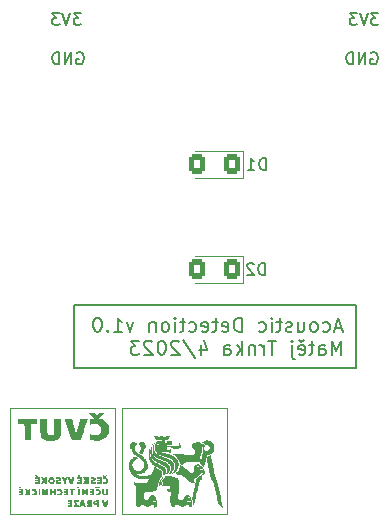
<source format=gbo>
%TF.GenerationSoftware,KiCad,Pcbnew,7.0.1-3b83917a11~172~ubuntu22.04.1*%
%TF.CreationDate,2023-04-18T10:01:55+02:00*%
%TF.ProjectId,part2,70617274-322e-46b6-9963-61645f706362,rev?*%
%TF.SameCoordinates,Original*%
%TF.FileFunction,Legend,Bot*%
%TF.FilePolarity,Positive*%
%FSLAX46Y46*%
G04 Gerber Fmt 4.6, Leading zero omitted, Abs format (unit mm)*
G04 Created by KiCad (PCBNEW 7.0.1-3b83917a11~172~ubuntu22.04.1) date 2023-04-18 10:01:55*
%MOMM*%
%LPD*%
G01*
G04 APERTURE LIST*
G04 Aperture macros list*
%AMRoundRect*
0 Rectangle with rounded corners*
0 $1 Rounding radius*
0 $2 $3 $4 $5 $6 $7 $8 $9 X,Y pos of 4 corners*
0 Add a 4 corners polygon primitive as box body*
4,1,4,$2,$3,$4,$5,$6,$7,$8,$9,$2,$3,0*
0 Add four circle primitives for the rounded corners*
1,1,$1+$1,$2,$3*
1,1,$1+$1,$4,$5*
1,1,$1+$1,$6,$7*
1,1,$1+$1,$8,$9*
0 Add four rect primitives between the rounded corners*
20,1,$1+$1,$2,$3,$4,$5,0*
20,1,$1+$1,$4,$5,$6,$7,0*
20,1,$1+$1,$6,$7,$8,$9,0*
20,1,$1+$1,$8,$9,$2,$3,0*%
G04 Aperture macros list end*
%ADD10C,0.200000*%
%ADD11C,0.150000*%
%ADD12C,0.120000*%
%ADD13R,4.000000X2.400000*%
%ADD14R,1.700000X1.700000*%
%ADD15O,1.700000X1.700000*%
%ADD16RoundRect,0.250001X0.462499X0.624999X-0.462499X0.624999X-0.462499X-0.624999X0.462499X-0.624999X0*%
%ADD17C,0.650000*%
%ADD18O,2.100000X1.000000*%
%ADD19O,1.800000X1.000000*%
G04 APERTURE END LIST*
D10*
X153550428Y-105717285D02*
X152979000Y-105717285D01*
X153664714Y-106060142D02*
X153264714Y-104860142D01*
X153264714Y-104860142D02*
X152864714Y-106060142D01*
X151950429Y-106003000D02*
X152064714Y-106060142D01*
X152064714Y-106060142D02*
X152293286Y-106060142D01*
X152293286Y-106060142D02*
X152407571Y-106003000D01*
X152407571Y-106003000D02*
X152464714Y-105945857D01*
X152464714Y-105945857D02*
X152521857Y-105831571D01*
X152521857Y-105831571D02*
X152521857Y-105488714D01*
X152521857Y-105488714D02*
X152464714Y-105374428D01*
X152464714Y-105374428D02*
X152407571Y-105317285D01*
X152407571Y-105317285D02*
X152293286Y-105260142D01*
X152293286Y-105260142D02*
X152064714Y-105260142D01*
X152064714Y-105260142D02*
X151950429Y-105317285D01*
X151264715Y-106060142D02*
X151379000Y-106003000D01*
X151379000Y-106003000D02*
X151436143Y-105945857D01*
X151436143Y-105945857D02*
X151493286Y-105831571D01*
X151493286Y-105831571D02*
X151493286Y-105488714D01*
X151493286Y-105488714D02*
X151436143Y-105374428D01*
X151436143Y-105374428D02*
X151379000Y-105317285D01*
X151379000Y-105317285D02*
X151264715Y-105260142D01*
X151264715Y-105260142D02*
X151093286Y-105260142D01*
X151093286Y-105260142D02*
X150979000Y-105317285D01*
X150979000Y-105317285D02*
X150921858Y-105374428D01*
X150921858Y-105374428D02*
X150864715Y-105488714D01*
X150864715Y-105488714D02*
X150864715Y-105831571D01*
X150864715Y-105831571D02*
X150921858Y-105945857D01*
X150921858Y-105945857D02*
X150979000Y-106003000D01*
X150979000Y-106003000D02*
X151093286Y-106060142D01*
X151093286Y-106060142D02*
X151264715Y-106060142D01*
X149836144Y-105260142D02*
X149836144Y-106060142D01*
X150350429Y-105260142D02*
X150350429Y-105888714D01*
X150350429Y-105888714D02*
X150293286Y-106003000D01*
X150293286Y-106003000D02*
X150179001Y-106060142D01*
X150179001Y-106060142D02*
X150007572Y-106060142D01*
X150007572Y-106060142D02*
X149893286Y-106003000D01*
X149893286Y-106003000D02*
X149836144Y-105945857D01*
X149321858Y-106003000D02*
X149207572Y-106060142D01*
X149207572Y-106060142D02*
X148979001Y-106060142D01*
X148979001Y-106060142D02*
X148864715Y-106003000D01*
X148864715Y-106003000D02*
X148807572Y-105888714D01*
X148807572Y-105888714D02*
X148807572Y-105831571D01*
X148807572Y-105831571D02*
X148864715Y-105717285D01*
X148864715Y-105717285D02*
X148979001Y-105660142D01*
X148979001Y-105660142D02*
X149150430Y-105660142D01*
X149150430Y-105660142D02*
X149264715Y-105603000D01*
X149264715Y-105603000D02*
X149321858Y-105488714D01*
X149321858Y-105488714D02*
X149321858Y-105431571D01*
X149321858Y-105431571D02*
X149264715Y-105317285D01*
X149264715Y-105317285D02*
X149150430Y-105260142D01*
X149150430Y-105260142D02*
X148979001Y-105260142D01*
X148979001Y-105260142D02*
X148864715Y-105317285D01*
X148464715Y-105260142D02*
X148007572Y-105260142D01*
X148293286Y-104860142D02*
X148293286Y-105888714D01*
X148293286Y-105888714D02*
X148236143Y-106003000D01*
X148236143Y-106003000D02*
X148121858Y-106060142D01*
X148121858Y-106060142D02*
X148007572Y-106060142D01*
X147607572Y-106060142D02*
X147607572Y-105260142D01*
X147607572Y-104860142D02*
X147664715Y-104917285D01*
X147664715Y-104917285D02*
X147607572Y-104974428D01*
X147607572Y-104974428D02*
X147550429Y-104917285D01*
X147550429Y-104917285D02*
X147607572Y-104860142D01*
X147607572Y-104860142D02*
X147607572Y-104974428D01*
X146521858Y-106003000D02*
X146636143Y-106060142D01*
X146636143Y-106060142D02*
X146864715Y-106060142D01*
X146864715Y-106060142D02*
X146979000Y-106003000D01*
X146979000Y-106003000D02*
X147036143Y-105945857D01*
X147036143Y-105945857D02*
X147093286Y-105831571D01*
X147093286Y-105831571D02*
X147093286Y-105488714D01*
X147093286Y-105488714D02*
X147036143Y-105374428D01*
X147036143Y-105374428D02*
X146979000Y-105317285D01*
X146979000Y-105317285D02*
X146864715Y-105260142D01*
X146864715Y-105260142D02*
X146636143Y-105260142D01*
X146636143Y-105260142D02*
X146521858Y-105317285D01*
X145093286Y-106060142D02*
X145093286Y-104860142D01*
X145093286Y-104860142D02*
X144807572Y-104860142D01*
X144807572Y-104860142D02*
X144636143Y-104917285D01*
X144636143Y-104917285D02*
X144521858Y-105031571D01*
X144521858Y-105031571D02*
X144464715Y-105145857D01*
X144464715Y-105145857D02*
X144407572Y-105374428D01*
X144407572Y-105374428D02*
X144407572Y-105545857D01*
X144407572Y-105545857D02*
X144464715Y-105774428D01*
X144464715Y-105774428D02*
X144521858Y-105888714D01*
X144521858Y-105888714D02*
X144636143Y-106003000D01*
X144636143Y-106003000D02*
X144807572Y-106060142D01*
X144807572Y-106060142D02*
X145093286Y-106060142D01*
X143436143Y-106003000D02*
X143550429Y-106060142D01*
X143550429Y-106060142D02*
X143779001Y-106060142D01*
X143779001Y-106060142D02*
X143893286Y-106003000D01*
X143893286Y-106003000D02*
X143950429Y-105888714D01*
X143950429Y-105888714D02*
X143950429Y-105431571D01*
X143950429Y-105431571D02*
X143893286Y-105317285D01*
X143893286Y-105317285D02*
X143779001Y-105260142D01*
X143779001Y-105260142D02*
X143550429Y-105260142D01*
X143550429Y-105260142D02*
X143436143Y-105317285D01*
X143436143Y-105317285D02*
X143379001Y-105431571D01*
X143379001Y-105431571D02*
X143379001Y-105545857D01*
X143379001Y-105545857D02*
X143950429Y-105660142D01*
X143036144Y-105260142D02*
X142579001Y-105260142D01*
X142864715Y-104860142D02*
X142864715Y-105888714D01*
X142864715Y-105888714D02*
X142807572Y-106003000D01*
X142807572Y-106003000D02*
X142693287Y-106060142D01*
X142693287Y-106060142D02*
X142579001Y-106060142D01*
X141721858Y-106003000D02*
X141836144Y-106060142D01*
X141836144Y-106060142D02*
X142064716Y-106060142D01*
X142064716Y-106060142D02*
X142179001Y-106003000D01*
X142179001Y-106003000D02*
X142236144Y-105888714D01*
X142236144Y-105888714D02*
X142236144Y-105431571D01*
X142236144Y-105431571D02*
X142179001Y-105317285D01*
X142179001Y-105317285D02*
X142064716Y-105260142D01*
X142064716Y-105260142D02*
X141836144Y-105260142D01*
X141836144Y-105260142D02*
X141721858Y-105317285D01*
X141721858Y-105317285D02*
X141664716Y-105431571D01*
X141664716Y-105431571D02*
X141664716Y-105545857D01*
X141664716Y-105545857D02*
X142236144Y-105660142D01*
X140636145Y-106003000D02*
X140750430Y-106060142D01*
X140750430Y-106060142D02*
X140979002Y-106060142D01*
X140979002Y-106060142D02*
X141093287Y-106003000D01*
X141093287Y-106003000D02*
X141150430Y-105945857D01*
X141150430Y-105945857D02*
X141207573Y-105831571D01*
X141207573Y-105831571D02*
X141207573Y-105488714D01*
X141207573Y-105488714D02*
X141150430Y-105374428D01*
X141150430Y-105374428D02*
X141093287Y-105317285D01*
X141093287Y-105317285D02*
X140979002Y-105260142D01*
X140979002Y-105260142D02*
X140750430Y-105260142D01*
X140750430Y-105260142D02*
X140636145Y-105317285D01*
X140293288Y-105260142D02*
X139836145Y-105260142D01*
X140121859Y-104860142D02*
X140121859Y-105888714D01*
X140121859Y-105888714D02*
X140064716Y-106003000D01*
X140064716Y-106003000D02*
X139950431Y-106060142D01*
X139950431Y-106060142D02*
X139836145Y-106060142D01*
X139436145Y-106060142D02*
X139436145Y-105260142D01*
X139436145Y-104860142D02*
X139493288Y-104917285D01*
X139493288Y-104917285D02*
X139436145Y-104974428D01*
X139436145Y-104974428D02*
X139379002Y-104917285D01*
X139379002Y-104917285D02*
X139436145Y-104860142D01*
X139436145Y-104860142D02*
X139436145Y-104974428D01*
X138693288Y-106060142D02*
X138807573Y-106003000D01*
X138807573Y-106003000D02*
X138864716Y-105945857D01*
X138864716Y-105945857D02*
X138921859Y-105831571D01*
X138921859Y-105831571D02*
X138921859Y-105488714D01*
X138921859Y-105488714D02*
X138864716Y-105374428D01*
X138864716Y-105374428D02*
X138807573Y-105317285D01*
X138807573Y-105317285D02*
X138693288Y-105260142D01*
X138693288Y-105260142D02*
X138521859Y-105260142D01*
X138521859Y-105260142D02*
X138407573Y-105317285D01*
X138407573Y-105317285D02*
X138350431Y-105374428D01*
X138350431Y-105374428D02*
X138293288Y-105488714D01*
X138293288Y-105488714D02*
X138293288Y-105831571D01*
X138293288Y-105831571D02*
X138350431Y-105945857D01*
X138350431Y-105945857D02*
X138407573Y-106003000D01*
X138407573Y-106003000D02*
X138521859Y-106060142D01*
X138521859Y-106060142D02*
X138693288Y-106060142D01*
X137779002Y-105260142D02*
X137779002Y-106060142D01*
X137779002Y-105374428D02*
X137721859Y-105317285D01*
X137721859Y-105317285D02*
X137607574Y-105260142D01*
X137607574Y-105260142D02*
X137436145Y-105260142D01*
X137436145Y-105260142D02*
X137321859Y-105317285D01*
X137321859Y-105317285D02*
X137264717Y-105431571D01*
X137264717Y-105431571D02*
X137264717Y-106060142D01*
X135893288Y-105260142D02*
X135607574Y-106060142D01*
X135607574Y-106060142D02*
X135321859Y-105260142D01*
X134236145Y-106060142D02*
X134921859Y-106060142D01*
X134579002Y-106060142D02*
X134579002Y-104860142D01*
X134579002Y-104860142D02*
X134693288Y-105031571D01*
X134693288Y-105031571D02*
X134807573Y-105145857D01*
X134807573Y-105145857D02*
X134921859Y-105203000D01*
X133721859Y-105945857D02*
X133664716Y-106003000D01*
X133664716Y-106003000D02*
X133721859Y-106060142D01*
X133721859Y-106060142D02*
X133779002Y-106003000D01*
X133779002Y-106003000D02*
X133721859Y-105945857D01*
X133721859Y-105945857D02*
X133721859Y-106060142D01*
X132921859Y-104860142D02*
X132807573Y-104860142D01*
X132807573Y-104860142D02*
X132693287Y-104917285D01*
X132693287Y-104917285D02*
X132636145Y-104974428D01*
X132636145Y-104974428D02*
X132579002Y-105088714D01*
X132579002Y-105088714D02*
X132521859Y-105317285D01*
X132521859Y-105317285D02*
X132521859Y-105603000D01*
X132521859Y-105603000D02*
X132579002Y-105831571D01*
X132579002Y-105831571D02*
X132636145Y-105945857D01*
X132636145Y-105945857D02*
X132693287Y-106003000D01*
X132693287Y-106003000D02*
X132807573Y-106060142D01*
X132807573Y-106060142D02*
X132921859Y-106060142D01*
X132921859Y-106060142D02*
X133036145Y-106003000D01*
X133036145Y-106003000D02*
X133093287Y-105945857D01*
X133093287Y-105945857D02*
X133150430Y-105831571D01*
X133150430Y-105831571D02*
X133207573Y-105603000D01*
X133207573Y-105603000D02*
X133207573Y-105317285D01*
X133207573Y-105317285D02*
X133150430Y-105088714D01*
X133150430Y-105088714D02*
X133093287Y-104974428D01*
X133093287Y-104974428D02*
X133036145Y-104917285D01*
X133036145Y-104917285D02*
X132921859Y-104860142D01*
X153493285Y-108004142D02*
X153493285Y-106804142D01*
X153493285Y-106804142D02*
X153093285Y-107661285D01*
X153093285Y-107661285D02*
X152693285Y-106804142D01*
X152693285Y-106804142D02*
X152693285Y-108004142D01*
X151607571Y-108004142D02*
X151607571Y-107375571D01*
X151607571Y-107375571D02*
X151664713Y-107261285D01*
X151664713Y-107261285D02*
X151778999Y-107204142D01*
X151778999Y-107204142D02*
X152007571Y-107204142D01*
X152007571Y-107204142D02*
X152121856Y-107261285D01*
X151607571Y-107947000D02*
X151721856Y-108004142D01*
X151721856Y-108004142D02*
X152007571Y-108004142D01*
X152007571Y-108004142D02*
X152121856Y-107947000D01*
X152121856Y-107947000D02*
X152178999Y-107832714D01*
X152178999Y-107832714D02*
X152178999Y-107718428D01*
X152178999Y-107718428D02*
X152121856Y-107604142D01*
X152121856Y-107604142D02*
X152007571Y-107547000D01*
X152007571Y-107547000D02*
X151721856Y-107547000D01*
X151721856Y-107547000D02*
X151607571Y-107489857D01*
X151207571Y-107204142D02*
X150750428Y-107204142D01*
X151036142Y-106804142D02*
X151036142Y-107832714D01*
X151036142Y-107832714D02*
X150978999Y-107947000D01*
X150978999Y-107947000D02*
X150864714Y-108004142D01*
X150864714Y-108004142D02*
X150750428Y-108004142D01*
X149893285Y-107947000D02*
X150007571Y-108004142D01*
X150007571Y-108004142D02*
X150236143Y-108004142D01*
X150236143Y-108004142D02*
X150350428Y-107947000D01*
X150350428Y-107947000D02*
X150407571Y-107832714D01*
X150407571Y-107832714D02*
X150407571Y-107375571D01*
X150407571Y-107375571D02*
X150350428Y-107261285D01*
X150350428Y-107261285D02*
X150236143Y-107204142D01*
X150236143Y-107204142D02*
X150007571Y-107204142D01*
X150007571Y-107204142D02*
X149893285Y-107261285D01*
X149893285Y-107261285D02*
X149836143Y-107375571D01*
X149836143Y-107375571D02*
X149836143Y-107489857D01*
X149836143Y-107489857D02*
X150407571Y-107604142D01*
X150350428Y-106747000D02*
X150121857Y-106918428D01*
X150121857Y-106918428D02*
X149893285Y-106747000D01*
X149321857Y-107204142D02*
X149321857Y-108232714D01*
X149321857Y-108232714D02*
X149379000Y-108347000D01*
X149379000Y-108347000D02*
X149493286Y-108404142D01*
X149493286Y-108404142D02*
X149550429Y-108404142D01*
X149321857Y-106804142D02*
X149379000Y-106861285D01*
X149379000Y-106861285D02*
X149321857Y-106918428D01*
X149321857Y-106918428D02*
X149264714Y-106861285D01*
X149264714Y-106861285D02*
X149321857Y-106804142D01*
X149321857Y-106804142D02*
X149321857Y-106918428D01*
X148007571Y-106804142D02*
X147321857Y-106804142D01*
X147664714Y-108004142D02*
X147664714Y-106804142D01*
X146921856Y-108004142D02*
X146921856Y-107204142D01*
X146921856Y-107432714D02*
X146864713Y-107318428D01*
X146864713Y-107318428D02*
X146807571Y-107261285D01*
X146807571Y-107261285D02*
X146693285Y-107204142D01*
X146693285Y-107204142D02*
X146578999Y-107204142D01*
X146178999Y-107204142D02*
X146178999Y-108004142D01*
X146178999Y-107318428D02*
X146121856Y-107261285D01*
X146121856Y-107261285D02*
X146007571Y-107204142D01*
X146007571Y-107204142D02*
X145836142Y-107204142D01*
X145836142Y-107204142D02*
X145721856Y-107261285D01*
X145721856Y-107261285D02*
X145664714Y-107375571D01*
X145664714Y-107375571D02*
X145664714Y-108004142D01*
X145093285Y-108004142D02*
X145093285Y-106804142D01*
X144979000Y-107547000D02*
X144636142Y-108004142D01*
X144636142Y-107204142D02*
X145093285Y-107661285D01*
X143607571Y-108004142D02*
X143607571Y-107375571D01*
X143607571Y-107375571D02*
X143664713Y-107261285D01*
X143664713Y-107261285D02*
X143778999Y-107204142D01*
X143778999Y-107204142D02*
X144007571Y-107204142D01*
X144007571Y-107204142D02*
X144121856Y-107261285D01*
X143607571Y-107947000D02*
X143721856Y-108004142D01*
X143721856Y-108004142D02*
X144007571Y-108004142D01*
X144007571Y-108004142D02*
X144121856Y-107947000D01*
X144121856Y-107947000D02*
X144178999Y-107832714D01*
X144178999Y-107832714D02*
X144178999Y-107718428D01*
X144178999Y-107718428D02*
X144121856Y-107604142D01*
X144121856Y-107604142D02*
X144007571Y-107547000D01*
X144007571Y-107547000D02*
X143721856Y-107547000D01*
X143721856Y-107547000D02*
X143607571Y-107489857D01*
X141607571Y-107204142D02*
X141607571Y-108004142D01*
X141893285Y-106747000D02*
X142178999Y-107604142D01*
X142178999Y-107604142D02*
X141436142Y-107604142D01*
X140121856Y-106747000D02*
X141150428Y-108289857D01*
X139778999Y-106918428D02*
X139721856Y-106861285D01*
X139721856Y-106861285D02*
X139607571Y-106804142D01*
X139607571Y-106804142D02*
X139321856Y-106804142D01*
X139321856Y-106804142D02*
X139207571Y-106861285D01*
X139207571Y-106861285D02*
X139150428Y-106918428D01*
X139150428Y-106918428D02*
X139093285Y-107032714D01*
X139093285Y-107032714D02*
X139093285Y-107147000D01*
X139093285Y-107147000D02*
X139150428Y-107318428D01*
X139150428Y-107318428D02*
X139836142Y-108004142D01*
X139836142Y-108004142D02*
X139093285Y-108004142D01*
X138350428Y-106804142D02*
X138236142Y-106804142D01*
X138236142Y-106804142D02*
X138121856Y-106861285D01*
X138121856Y-106861285D02*
X138064714Y-106918428D01*
X138064714Y-106918428D02*
X138007571Y-107032714D01*
X138007571Y-107032714D02*
X137950428Y-107261285D01*
X137950428Y-107261285D02*
X137950428Y-107547000D01*
X137950428Y-107547000D02*
X138007571Y-107775571D01*
X138007571Y-107775571D02*
X138064714Y-107889857D01*
X138064714Y-107889857D02*
X138121856Y-107947000D01*
X138121856Y-107947000D02*
X138236142Y-108004142D01*
X138236142Y-108004142D02*
X138350428Y-108004142D01*
X138350428Y-108004142D02*
X138464714Y-107947000D01*
X138464714Y-107947000D02*
X138521856Y-107889857D01*
X138521856Y-107889857D02*
X138578999Y-107775571D01*
X138578999Y-107775571D02*
X138636142Y-107547000D01*
X138636142Y-107547000D02*
X138636142Y-107261285D01*
X138636142Y-107261285D02*
X138578999Y-107032714D01*
X138578999Y-107032714D02*
X138521856Y-106918428D01*
X138521856Y-106918428D02*
X138464714Y-106861285D01*
X138464714Y-106861285D02*
X138350428Y-106804142D01*
X137493285Y-106918428D02*
X137436142Y-106861285D01*
X137436142Y-106861285D02*
X137321857Y-106804142D01*
X137321857Y-106804142D02*
X137036142Y-106804142D01*
X137036142Y-106804142D02*
X136921857Y-106861285D01*
X136921857Y-106861285D02*
X136864714Y-106918428D01*
X136864714Y-106918428D02*
X136807571Y-107032714D01*
X136807571Y-107032714D02*
X136807571Y-107147000D01*
X136807571Y-107147000D02*
X136864714Y-107318428D01*
X136864714Y-107318428D02*
X137550428Y-108004142D01*
X137550428Y-108004142D02*
X136807571Y-108004142D01*
X136407571Y-106804142D02*
X135664714Y-106804142D01*
X135664714Y-106804142D02*
X136064714Y-107261285D01*
X136064714Y-107261285D02*
X135893285Y-107261285D01*
X135893285Y-107261285D02*
X135779000Y-107318428D01*
X135779000Y-107318428D02*
X135721857Y-107375571D01*
X135721857Y-107375571D02*
X135664714Y-107489857D01*
X135664714Y-107489857D02*
X135664714Y-107775571D01*
X135664714Y-107775571D02*
X135721857Y-107889857D01*
X135721857Y-107889857D02*
X135779000Y-107947000D01*
X135779000Y-107947000D02*
X135893285Y-108004142D01*
X135893285Y-108004142D02*
X136236142Y-108004142D01*
X136236142Y-108004142D02*
X136350428Y-107947000D01*
X136350428Y-107947000D02*
X136407571Y-107889857D01*
D11*
X130878000Y-103828000D02*
X154754000Y-103828000D01*
X154754000Y-109162000D01*
X130878000Y-109162000D01*
X130878000Y-103828000D01*
%TO.C,J5*%
X156024095Y-82441238D02*
X156119333Y-82393619D01*
X156119333Y-82393619D02*
X156262190Y-82393619D01*
X156262190Y-82393619D02*
X156405047Y-82441238D01*
X156405047Y-82441238D02*
X156500285Y-82536476D01*
X156500285Y-82536476D02*
X156547904Y-82631714D01*
X156547904Y-82631714D02*
X156595523Y-82822190D01*
X156595523Y-82822190D02*
X156595523Y-82965047D01*
X156595523Y-82965047D02*
X156547904Y-83155523D01*
X156547904Y-83155523D02*
X156500285Y-83250761D01*
X156500285Y-83250761D02*
X156405047Y-83346000D01*
X156405047Y-83346000D02*
X156262190Y-83393619D01*
X156262190Y-83393619D02*
X156166952Y-83393619D01*
X156166952Y-83393619D02*
X156024095Y-83346000D01*
X156024095Y-83346000D02*
X155976476Y-83298380D01*
X155976476Y-83298380D02*
X155976476Y-82965047D01*
X155976476Y-82965047D02*
X156166952Y-82965047D01*
X155547904Y-83393619D02*
X155547904Y-82393619D01*
X155547904Y-82393619D02*
X154976476Y-83393619D01*
X154976476Y-83393619D02*
X154976476Y-82393619D01*
X154500285Y-83393619D02*
X154500285Y-82393619D01*
X154500285Y-82393619D02*
X154262190Y-82393619D01*
X154262190Y-82393619D02*
X154119333Y-82441238D01*
X154119333Y-82441238D02*
X154024095Y-82536476D01*
X154024095Y-82536476D02*
X153976476Y-82631714D01*
X153976476Y-82631714D02*
X153928857Y-82822190D01*
X153928857Y-82822190D02*
X153928857Y-82965047D01*
X153928857Y-82965047D02*
X153976476Y-83155523D01*
X153976476Y-83155523D02*
X154024095Y-83250761D01*
X154024095Y-83250761D02*
X154119333Y-83346000D01*
X154119333Y-83346000D02*
X154262190Y-83393619D01*
X154262190Y-83393619D02*
X154500285Y-83393619D01*
X156643142Y-79083619D02*
X156024095Y-79083619D01*
X156024095Y-79083619D02*
X156357428Y-79464571D01*
X156357428Y-79464571D02*
X156214571Y-79464571D01*
X156214571Y-79464571D02*
X156119333Y-79512190D01*
X156119333Y-79512190D02*
X156071714Y-79559809D01*
X156071714Y-79559809D02*
X156024095Y-79655047D01*
X156024095Y-79655047D02*
X156024095Y-79893142D01*
X156024095Y-79893142D02*
X156071714Y-79988380D01*
X156071714Y-79988380D02*
X156119333Y-80036000D01*
X156119333Y-80036000D02*
X156214571Y-80083619D01*
X156214571Y-80083619D02*
X156500285Y-80083619D01*
X156500285Y-80083619D02*
X156595523Y-80036000D01*
X156595523Y-80036000D02*
X156643142Y-79988380D01*
X155738380Y-79083619D02*
X155405047Y-80083619D01*
X155405047Y-80083619D02*
X155071714Y-79083619D01*
X154833618Y-79083619D02*
X154214571Y-79083619D01*
X154214571Y-79083619D02*
X154547904Y-79464571D01*
X154547904Y-79464571D02*
X154405047Y-79464571D01*
X154405047Y-79464571D02*
X154309809Y-79512190D01*
X154309809Y-79512190D02*
X154262190Y-79559809D01*
X154262190Y-79559809D02*
X154214571Y-79655047D01*
X154214571Y-79655047D02*
X154214571Y-79893142D01*
X154214571Y-79893142D02*
X154262190Y-79988380D01*
X154262190Y-79988380D02*
X154309809Y-80036000D01*
X154309809Y-80036000D02*
X154405047Y-80083619D01*
X154405047Y-80083619D02*
X154690761Y-80083619D01*
X154690761Y-80083619D02*
X154785999Y-80036000D01*
X154785999Y-80036000D02*
X154833618Y-79988380D01*
%TO.C,D1*%
X147110094Y-92352619D02*
X147110094Y-91352619D01*
X147110094Y-91352619D02*
X146871999Y-91352619D01*
X146871999Y-91352619D02*
X146729142Y-91400238D01*
X146729142Y-91400238D02*
X146633904Y-91495476D01*
X146633904Y-91495476D02*
X146586285Y-91590714D01*
X146586285Y-91590714D02*
X146538666Y-91781190D01*
X146538666Y-91781190D02*
X146538666Y-91924047D01*
X146538666Y-91924047D02*
X146586285Y-92114523D01*
X146586285Y-92114523D02*
X146633904Y-92209761D01*
X146633904Y-92209761D02*
X146729142Y-92305000D01*
X146729142Y-92305000D02*
X146871999Y-92352619D01*
X146871999Y-92352619D02*
X147110094Y-92352619D01*
X145586285Y-92352619D02*
X146157713Y-92352619D01*
X145871999Y-92352619D02*
X145871999Y-91352619D01*
X145871999Y-91352619D02*
X145967237Y-91495476D01*
X145967237Y-91495476D02*
X146062475Y-91590714D01*
X146062475Y-91590714D02*
X146157713Y-91638333D01*
%TO.C,J9*%
X131465428Y-79083619D02*
X130846381Y-79083619D01*
X130846381Y-79083619D02*
X131179714Y-79464571D01*
X131179714Y-79464571D02*
X131036857Y-79464571D01*
X131036857Y-79464571D02*
X130941619Y-79512190D01*
X130941619Y-79512190D02*
X130894000Y-79559809D01*
X130894000Y-79559809D02*
X130846381Y-79655047D01*
X130846381Y-79655047D02*
X130846381Y-79893142D01*
X130846381Y-79893142D02*
X130894000Y-79988380D01*
X130894000Y-79988380D02*
X130941619Y-80036000D01*
X130941619Y-80036000D02*
X131036857Y-80083619D01*
X131036857Y-80083619D02*
X131322571Y-80083619D01*
X131322571Y-80083619D02*
X131417809Y-80036000D01*
X131417809Y-80036000D02*
X131465428Y-79988380D01*
X130560666Y-79083619D02*
X130227333Y-80083619D01*
X130227333Y-80083619D02*
X129894000Y-79083619D01*
X129655904Y-79083619D02*
X129036857Y-79083619D01*
X129036857Y-79083619D02*
X129370190Y-79464571D01*
X129370190Y-79464571D02*
X129227333Y-79464571D01*
X129227333Y-79464571D02*
X129132095Y-79512190D01*
X129132095Y-79512190D02*
X129084476Y-79559809D01*
X129084476Y-79559809D02*
X129036857Y-79655047D01*
X129036857Y-79655047D02*
X129036857Y-79893142D01*
X129036857Y-79893142D02*
X129084476Y-79988380D01*
X129084476Y-79988380D02*
X129132095Y-80036000D01*
X129132095Y-80036000D02*
X129227333Y-80083619D01*
X129227333Y-80083619D02*
X129513047Y-80083619D01*
X129513047Y-80083619D02*
X129608285Y-80036000D01*
X129608285Y-80036000D02*
X129655904Y-79988380D01*
X131132095Y-82441238D02*
X131227333Y-82393619D01*
X131227333Y-82393619D02*
X131370190Y-82393619D01*
X131370190Y-82393619D02*
X131513047Y-82441238D01*
X131513047Y-82441238D02*
X131608285Y-82536476D01*
X131608285Y-82536476D02*
X131655904Y-82631714D01*
X131655904Y-82631714D02*
X131703523Y-82822190D01*
X131703523Y-82822190D02*
X131703523Y-82965047D01*
X131703523Y-82965047D02*
X131655904Y-83155523D01*
X131655904Y-83155523D02*
X131608285Y-83250761D01*
X131608285Y-83250761D02*
X131513047Y-83346000D01*
X131513047Y-83346000D02*
X131370190Y-83393619D01*
X131370190Y-83393619D02*
X131274952Y-83393619D01*
X131274952Y-83393619D02*
X131132095Y-83346000D01*
X131132095Y-83346000D02*
X131084476Y-83298380D01*
X131084476Y-83298380D02*
X131084476Y-82965047D01*
X131084476Y-82965047D02*
X131274952Y-82965047D01*
X130655904Y-83393619D02*
X130655904Y-82393619D01*
X130655904Y-82393619D02*
X130084476Y-83393619D01*
X130084476Y-83393619D02*
X130084476Y-82393619D01*
X129608285Y-83393619D02*
X129608285Y-82393619D01*
X129608285Y-82393619D02*
X129370190Y-82393619D01*
X129370190Y-82393619D02*
X129227333Y-82441238D01*
X129227333Y-82441238D02*
X129132095Y-82536476D01*
X129132095Y-82536476D02*
X129084476Y-82631714D01*
X129084476Y-82631714D02*
X129036857Y-82822190D01*
X129036857Y-82822190D02*
X129036857Y-82965047D01*
X129036857Y-82965047D02*
X129084476Y-83155523D01*
X129084476Y-83155523D02*
X129132095Y-83250761D01*
X129132095Y-83250761D02*
X129227333Y-83346000D01*
X129227333Y-83346000D02*
X129370190Y-83393619D01*
X129370190Y-83393619D02*
X129608285Y-83393619D01*
%TO.C,D2*%
X147047094Y-101242619D02*
X147047094Y-100242619D01*
X147047094Y-100242619D02*
X146808999Y-100242619D01*
X146808999Y-100242619D02*
X146666142Y-100290238D01*
X146666142Y-100290238D02*
X146570904Y-100385476D01*
X146570904Y-100385476D02*
X146523285Y-100480714D01*
X146523285Y-100480714D02*
X146475666Y-100671190D01*
X146475666Y-100671190D02*
X146475666Y-100814047D01*
X146475666Y-100814047D02*
X146523285Y-101004523D01*
X146523285Y-101004523D02*
X146570904Y-101099761D01*
X146570904Y-101099761D02*
X146666142Y-101195000D01*
X146666142Y-101195000D02*
X146808999Y-101242619D01*
X146808999Y-101242619D02*
X147047094Y-101242619D01*
X146094713Y-100337857D02*
X146047094Y-100290238D01*
X146047094Y-100290238D02*
X145951856Y-100242619D01*
X145951856Y-100242619D02*
X145713761Y-100242619D01*
X145713761Y-100242619D02*
X145618523Y-100290238D01*
X145618523Y-100290238D02*
X145570904Y-100337857D01*
X145570904Y-100337857D02*
X145523285Y-100433095D01*
X145523285Y-100433095D02*
X145523285Y-100528333D01*
X145523285Y-100528333D02*
X145570904Y-100671190D01*
X145570904Y-100671190D02*
X146142332Y-101242619D01*
X146142332Y-101242619D02*
X145523285Y-101242619D01*
D12*
%TO.C,D1*%
X145213000Y-93025000D02*
X141153000Y-93025000D01*
X145213000Y-90755000D02*
X145213000Y-93025000D01*
X141153000Y-90755000D02*
X145213000Y-90755000D01*
%TO.C,G\u002A\u002A\u002A*%
G36*
X131381581Y-119626281D02*
G01*
X131381581Y-119900547D01*
X131305397Y-119900547D01*
X131229212Y-119900547D01*
X131229212Y-119626281D01*
X131229212Y-119352016D01*
X131305397Y-119352016D01*
X131381581Y-119352016D01*
X131381581Y-119626281D01*
G37*
G36*
X128029452Y-119626281D02*
G01*
X128029452Y-119900547D01*
X127953267Y-119900547D01*
X127877082Y-119900547D01*
X127877082Y-119626281D01*
X127877082Y-119352016D01*
X127953267Y-119352016D01*
X128029452Y-119352016D01*
X128029452Y-119626281D01*
G37*
G36*
X133226079Y-112940656D02*
G01*
X133461425Y-112944878D01*
X133271744Y-113139149D01*
X133082063Y-113333420D01*
X132799179Y-113333420D01*
X132516295Y-113333420D01*
X132318654Y-113135340D01*
X132121013Y-112937259D01*
X132364175Y-112937259D01*
X132607336Y-112937259D01*
X132702977Y-113032050D01*
X132798618Y-113126841D01*
X132894676Y-113031637D01*
X132990733Y-112936433D01*
X133226079Y-112940656D01*
G37*
G36*
X130939710Y-119420583D02*
G01*
X130939710Y-119489149D01*
X130871144Y-119489149D01*
X130802577Y-119489149D01*
X130802577Y-119694848D01*
X130802577Y-119900547D01*
X130722583Y-119900572D01*
X130642589Y-119900598D01*
X130647223Y-119694873D01*
X130651857Y-119489149D01*
X130582466Y-119489149D01*
X130513075Y-119489149D01*
X130513075Y-119420583D01*
X130513075Y-119352016D01*
X130726392Y-119352016D01*
X130939710Y-119352016D01*
X130939710Y-119420583D01*
G37*
G36*
X131327273Y-118210413D02*
G01*
X131358170Y-118216460D01*
X131378186Y-118231280D01*
X131396985Y-118258765D01*
X131401350Y-118266123D01*
X131419743Y-118302607D01*
X131427235Y-118327331D01*
X131426896Y-118329882D01*
X131408208Y-118341999D01*
X131362535Y-118345878D01*
X131337577Y-118344896D01*
X131304883Y-118337151D01*
X131275783Y-118316612D01*
X131239577Y-118277311D01*
X131181375Y-118209245D01*
X131274084Y-118209245D01*
X131275837Y-118209245D01*
X131327273Y-118210413D01*
G37*
G36*
X131254982Y-119199692D02*
G01*
X131299100Y-119201427D01*
X131324831Y-119208474D01*
X131340867Y-119224581D01*
X131355904Y-119253493D01*
X131360842Y-119263982D01*
X131375630Y-119297427D01*
X131381581Y-119314441D01*
X131379147Y-119316356D01*
X131355930Y-119320068D01*
X131316107Y-119321542D01*
X131301640Y-119321304D01*
X131263189Y-119315406D01*
X131230382Y-119297137D01*
X131191120Y-119260595D01*
X131131606Y-119199647D01*
X131230916Y-119199647D01*
X131254982Y-119199692D01*
G37*
G36*
X126333446Y-119199692D02*
G01*
X126377565Y-119201427D01*
X126403295Y-119208474D01*
X126419331Y-119224581D01*
X126434368Y-119253493D01*
X126439307Y-119263982D01*
X126454094Y-119297427D01*
X126460046Y-119314441D01*
X126457611Y-119316356D01*
X126434395Y-119320068D01*
X126394572Y-119321542D01*
X126380104Y-119321304D01*
X126341653Y-119315406D01*
X126308847Y-119297137D01*
X126269584Y-119260595D01*
X126210070Y-119199647D01*
X126309380Y-119199647D01*
X126333446Y-119199692D01*
G37*
G36*
X143906356Y-112632520D02*
G01*
X143906356Y-117043618D01*
X143906356Y-121546137D01*
X139403837Y-121546137D01*
X134901318Y-121546137D01*
X134901318Y-121454716D01*
X134992739Y-121454716D01*
X139403837Y-121454716D01*
X143814935Y-121454716D01*
X143814935Y-117043618D01*
X143814935Y-112632520D01*
X139403837Y-112632520D01*
X134992739Y-112632520D01*
X134992739Y-117043618D01*
X134992739Y-121454716D01*
X134901318Y-121454716D01*
X134901318Y-117043618D01*
X134901318Y-112541099D01*
X139403837Y-112541099D01*
X143906356Y-112541099D01*
X143906356Y-112632520D01*
G37*
G36*
X133048437Y-119207265D02*
G01*
X132998134Y-119264404D01*
X132971319Y-119293099D01*
X132944326Y-119312193D01*
X132910924Y-119320028D01*
X132859097Y-119321542D01*
X132812211Y-119320493D01*
X132777950Y-119313888D01*
X132752139Y-119296825D01*
X132723126Y-119264404D01*
X132675890Y-119207265D01*
X132738811Y-119202504D01*
X132790349Y-119204531D01*
X132830649Y-119223912D01*
X132846456Y-119237191D01*
X132864984Y-119241451D01*
X132888482Y-119223912D01*
X132925531Y-119205246D01*
X132982918Y-119202504D01*
X133048437Y-119207265D01*
G37*
G36*
X134459446Y-112632520D02*
G01*
X134459446Y-117043618D01*
X134459446Y-121546137D01*
X129956926Y-121546137D01*
X125454407Y-121546137D01*
X125454407Y-121454716D01*
X125545829Y-121454716D01*
X129956926Y-121454716D01*
X134368024Y-121454716D01*
X134368024Y-117043618D01*
X134368024Y-112632520D01*
X129956926Y-112632520D01*
X125545829Y-112632520D01*
X125545829Y-117043618D01*
X125545829Y-121454716D01*
X125454407Y-121454716D01*
X125454407Y-117043618D01*
X125454407Y-112541099D01*
X129956926Y-112541099D01*
X134459446Y-112541099D01*
X134459446Y-112632520D01*
G37*
G36*
X131702342Y-119515814D02*
G01*
X131703127Y-119679611D01*
X131786281Y-119515814D01*
X131869434Y-119352016D01*
X131968339Y-119352016D01*
X132067244Y-119352016D01*
X132067244Y-119626281D01*
X132067244Y-119900547D01*
X131983441Y-119900547D01*
X131899638Y-119900547D01*
X131898749Y-119744368D01*
X131897860Y-119588189D01*
X131819097Y-119744368D01*
X131740333Y-119900547D01*
X131644761Y-119900547D01*
X131549188Y-119900547D01*
X131549188Y-119626281D01*
X131549188Y-119352016D01*
X131625373Y-119352016D01*
X131701557Y-119352016D01*
X131702342Y-119515814D01*
G37*
G36*
X127707340Y-118209255D02*
G01*
X127752903Y-118210736D01*
X127779743Y-118218103D01*
X127797503Y-118236128D01*
X127815825Y-118269586D01*
X127824311Y-118286539D01*
X127840274Y-118320752D01*
X127846608Y-118338152D01*
X127844458Y-118340261D01*
X127821830Y-118344636D01*
X127782494Y-118346377D01*
X127780883Y-118346375D01*
X127737086Y-118341996D01*
X127701351Y-118325208D01*
X127660598Y-118289956D01*
X127638699Y-118267661D01*
X127612882Y-118238045D01*
X127602817Y-118221390D01*
X127612782Y-118215884D01*
X127645803Y-118211090D01*
X127693929Y-118209245D01*
X127707340Y-118209255D01*
G37*
G36*
X133372150Y-118209273D02*
G01*
X133426334Y-118216910D01*
X133461639Y-118239955D01*
X133489432Y-118270666D01*
X133523148Y-118238991D01*
X133529920Y-118233024D01*
X133567199Y-118214273D01*
X133618954Y-118212090D01*
X133681043Y-118216863D01*
X133627109Y-118281620D01*
X133601362Y-118311280D01*
X133573294Y-118334827D01*
X133541997Y-118344502D01*
X133495087Y-118346377D01*
X133474762Y-118346125D01*
X133431585Y-118340851D01*
X133397892Y-118324131D01*
X133359218Y-118289956D01*
X133337319Y-118267661D01*
X133311502Y-118238045D01*
X133301437Y-118221390D01*
X133304038Y-118218025D01*
X133327570Y-118211739D01*
X133367642Y-118209245D01*
X133372150Y-118209273D01*
G37*
G36*
X130406416Y-119626281D02*
G01*
X130406416Y-119900547D01*
X130215955Y-119900547D01*
X130025493Y-119900547D01*
X130025493Y-119839599D01*
X130025493Y-119778651D01*
X130132151Y-119778651D01*
X130238810Y-119778651D01*
X130238810Y-119732940D01*
X130238810Y-119687229D01*
X130132151Y-119687229D01*
X130025493Y-119687229D01*
X130025493Y-119626281D01*
X130025493Y-119565334D01*
X130132151Y-119565334D01*
X130238810Y-119565334D01*
X130238810Y-119519623D01*
X130238810Y-119473912D01*
X130132151Y-119473912D01*
X130025493Y-119473912D01*
X130025493Y-119412964D01*
X130025493Y-119352016D01*
X130215955Y-119352016D01*
X130406416Y-119352016D01*
X130406416Y-119626281D01*
G37*
G36*
X126581941Y-119626281D02*
G01*
X126581941Y-119900547D01*
X126391479Y-119900547D01*
X126201018Y-119900547D01*
X126201018Y-119839599D01*
X126201018Y-119778651D01*
X126307676Y-119778651D01*
X126414335Y-119778651D01*
X126414335Y-119732940D01*
X126414335Y-119687229D01*
X126307676Y-119687229D01*
X126201018Y-119687229D01*
X126201018Y-119626281D01*
X126201018Y-119565334D01*
X126307676Y-119565334D01*
X126414335Y-119565334D01*
X126414335Y-119519623D01*
X126414335Y-119473912D01*
X126307676Y-119473912D01*
X126201018Y-119473912D01*
X126201018Y-119412964D01*
X126201018Y-119352016D01*
X126391479Y-119352016D01*
X126581941Y-119352016D01*
X126581941Y-119626281D01*
G37*
G36*
X128352704Y-119508195D02*
G01*
X128357046Y-119664374D01*
X128437179Y-119508195D01*
X128517312Y-119352016D01*
X128616213Y-119352016D01*
X128715115Y-119352016D01*
X128715115Y-119626281D01*
X128715115Y-119900547D01*
X128638930Y-119900547D01*
X128562745Y-119900547D01*
X128562745Y-119747278D01*
X128562215Y-119701554D01*
X128559869Y-119647682D01*
X128556079Y-119612208D01*
X128551318Y-119601167D01*
X128543361Y-119611583D01*
X128523483Y-119644525D01*
X128495803Y-119694039D01*
X128463705Y-119754214D01*
X128387520Y-119900103D01*
X128292289Y-119900325D01*
X128197058Y-119900547D01*
X128197058Y-119626281D01*
X128197058Y-119352016D01*
X128272710Y-119352016D01*
X128348362Y-119352016D01*
X128352704Y-119508195D01*
G37*
G36*
X138460566Y-118336965D02*
G01*
X138460203Y-118343395D01*
X138449838Y-118374039D01*
X138428430Y-118423799D01*
X138398279Y-118487487D01*
X138361687Y-118559914D01*
X138255554Y-118763959D01*
X138300211Y-118791117D01*
X138320162Y-118804949D01*
X138339927Y-118832615D01*
X138344812Y-118875638D01*
X138332181Y-118944237D01*
X138294378Y-119007109D01*
X138236359Y-119051697D01*
X138228494Y-119055258D01*
X138175316Y-119070880D01*
X138119599Y-119077404D01*
X138054317Y-119077751D01*
X138063746Y-118997757D01*
X138069582Y-118957632D01*
X138103528Y-118820502D01*
X138157591Y-118678372D01*
X138227864Y-118540456D01*
X138310439Y-118415970D01*
X138328658Y-118393873D01*
X138370644Y-118354122D01*
X138410331Y-118329437D01*
X138442158Y-118322743D01*
X138460566Y-118336965D01*
G37*
G36*
X130461284Y-118379845D02*
G01*
X130550339Y-118384470D01*
X130594756Y-118574832D01*
X130596592Y-118582703D01*
X130614437Y-118657969D01*
X130628099Y-118707155D01*
X130639397Y-118729654D01*
X130650153Y-118724859D01*
X130662186Y-118692164D01*
X130677318Y-118630963D01*
X130697368Y-118540649D01*
X130733404Y-118376851D01*
X130821320Y-118376851D01*
X130859628Y-118378000D01*
X130895477Y-118382147D01*
X130909368Y-118388279D01*
X130905948Y-118403194D01*
X130895022Y-118443087D01*
X130877945Y-118502856D01*
X130856108Y-118577632D01*
X130830905Y-118662544D01*
X130752309Y-118925382D01*
X130642884Y-118925382D01*
X130533459Y-118925382D01*
X130463092Y-118693018D01*
X130449346Y-118647460D01*
X130425588Y-118567913D01*
X130405321Y-118499039D01*
X130390349Y-118446995D01*
X130382477Y-118417937D01*
X130372229Y-118375220D01*
X130461284Y-118379845D01*
G37*
G36*
X129035091Y-119459471D02*
G01*
X129035091Y-119566926D01*
X129115085Y-119562321D01*
X129151951Y-119558981D01*
X129185571Y-119549983D01*
X129196567Y-119534860D01*
X129197237Y-119521755D01*
X129198770Y-119482162D01*
X129200376Y-119432010D01*
X129202697Y-119352016D01*
X129278882Y-119352016D01*
X129355067Y-119352016D01*
X129355067Y-119626281D01*
X129355067Y-119900547D01*
X129278882Y-119900547D01*
X129261623Y-119900260D01*
X129217241Y-119894498D01*
X129201643Y-119881500D01*
X129201026Y-119867731D01*
X129199558Y-119828875D01*
X129197833Y-119778651D01*
X129195079Y-119694848D01*
X129115085Y-119690242D01*
X129035091Y-119685637D01*
X129035091Y-119793092D01*
X129035091Y-119900547D01*
X128958906Y-119900547D01*
X128882721Y-119900547D01*
X128882721Y-119626281D01*
X128882721Y-119352016D01*
X128958906Y-119352016D01*
X129035091Y-119352016D01*
X129035091Y-119459471D01*
G37*
G36*
X132585301Y-119626281D02*
G01*
X132585301Y-119900547D01*
X132394839Y-119900547D01*
X132204377Y-119900547D01*
X132204377Y-119840266D01*
X132204377Y-119779986D01*
X132314845Y-119775509D01*
X132346326Y-119774139D01*
X132390657Y-119770735D01*
X132414254Y-119764408D01*
X132423634Y-119752647D01*
X132425313Y-119732940D01*
X132425217Y-119725825D01*
X132421614Y-119708365D01*
X132407784Y-119698494D01*
X132376982Y-119693418D01*
X132322463Y-119690342D01*
X132219614Y-119685837D01*
X132219614Y-119625585D01*
X132219614Y-119565334D01*
X132327285Y-119565334D01*
X132434955Y-119565334D01*
X132430134Y-119523432D01*
X132428315Y-119510198D01*
X132421768Y-119493743D01*
X132405220Y-119484563D01*
X132371852Y-119479915D01*
X132314845Y-119477054D01*
X132204377Y-119472577D01*
X132204377Y-119412297D01*
X132204377Y-119352016D01*
X132394839Y-119352016D01*
X132585301Y-119352016D01*
X132585301Y-119626281D01*
G37*
G36*
X131274923Y-120395748D02*
G01*
X131274923Y-120464314D01*
X131168264Y-120464314D01*
X131164029Y-120464320D01*
X131112266Y-120465549D01*
X131075555Y-120468492D01*
X131061605Y-120472554D01*
X131068991Y-120485117D01*
X131091684Y-120517195D01*
X131126020Y-120563463D01*
X131168264Y-120618802D01*
X131172154Y-120623840D01*
X131217951Y-120684495D01*
X131247826Y-120728482D01*
X131265080Y-120762145D01*
X131273012Y-120791829D01*
X131274923Y-120823879D01*
X131274923Y-120890949D01*
X131061605Y-120890949D01*
X130848288Y-120890949D01*
X130848288Y-120822382D01*
X130848288Y-120753816D01*
X130963450Y-120753816D01*
X131078612Y-120753816D01*
X130963450Y-120603576D01*
X130954189Y-120591469D01*
X130907736Y-120529234D01*
X130877043Y-120483781D01*
X130858986Y-120449324D01*
X130850442Y-120420078D01*
X130848288Y-120390259D01*
X130848288Y-120327181D01*
X131061605Y-120327181D01*
X131274923Y-120327181D01*
X131274923Y-120395748D01*
G37*
G36*
X130726392Y-120609065D02*
G01*
X130726392Y-120890949D01*
X130535931Y-120890949D01*
X130345469Y-120890949D01*
X130345469Y-120822382D01*
X130345469Y-120753816D01*
X130452127Y-120753816D01*
X130480568Y-120753747D01*
X130524749Y-120752265D01*
X130548085Y-120747015D01*
X130557218Y-120735625D01*
X130558786Y-120715724D01*
X130558592Y-120705566D01*
X130554443Y-120689787D01*
X130539742Y-120681453D01*
X130507851Y-120678191D01*
X130452127Y-120677631D01*
X130345469Y-120677631D01*
X130345469Y-120609065D01*
X130345469Y-120540499D01*
X130452127Y-120540499D01*
X130480568Y-120540429D01*
X130524749Y-120538947D01*
X130548085Y-120533697D01*
X130557218Y-120522307D01*
X130558786Y-120502406D01*
X130558592Y-120492249D01*
X130554443Y-120476470D01*
X130539742Y-120468136D01*
X130507851Y-120464874D01*
X130452127Y-120464314D01*
X130345469Y-120464314D01*
X130345469Y-120395748D01*
X130345469Y-120327181D01*
X130535931Y-120327181D01*
X130726392Y-120327181D01*
X130726392Y-120609065D01*
G37*
G36*
X128217531Y-118377159D02*
G01*
X128253639Y-118381589D01*
X128269678Y-118387748D01*
X128271136Y-118390802D01*
X128285161Y-118414990D01*
X128310198Y-118455799D01*
X128342059Y-118506365D01*
X128410034Y-118613024D01*
X128410205Y-118494938D01*
X128410376Y-118376851D01*
X128494179Y-118376851D01*
X128577982Y-118376851D01*
X128577982Y-118651116D01*
X128577982Y-118925382D01*
X128494795Y-118925382D01*
X128411608Y-118925382D01*
X128407183Y-118802053D01*
X128402757Y-118678724D01*
X128328290Y-118802053D01*
X128253824Y-118925382D01*
X128155122Y-118925382D01*
X128056421Y-118925382D01*
X128083659Y-118883480D01*
X128085860Y-118880100D01*
X128109396Y-118844212D01*
X128142451Y-118794074D01*
X128178598Y-118739437D01*
X128246298Y-118637296D01*
X128159483Y-118513401D01*
X128135118Y-118477833D01*
X128104699Y-118430522D01*
X128085390Y-118396553D01*
X128080581Y-118381591D01*
X128092531Y-118377618D01*
X128126604Y-118374836D01*
X128171729Y-118374796D01*
X128217531Y-118377159D01*
G37*
G36*
X133519269Y-118371886D02*
G01*
X133609358Y-118394946D01*
X133682387Y-118439878D01*
X133735374Y-118503570D01*
X133765343Y-118582913D01*
X133769312Y-118674796D01*
X133768361Y-118683328D01*
X133747623Y-118770360D01*
X133707207Y-118837103D01*
X133644269Y-118888418D01*
X133613104Y-118904863D01*
X133559862Y-118920606D01*
X133491899Y-118925029D01*
X133475271Y-118924985D01*
X133409347Y-118923063D01*
X133367417Y-118916078D01*
X133344113Y-118900985D01*
X133334067Y-118874741D01*
X133331911Y-118834300D01*
X133331911Y-118762009D01*
X133389971Y-118777506D01*
X133422559Y-118784058D01*
X133490717Y-118781428D01*
X133543948Y-118755453D01*
X133578580Y-118708586D01*
X133590940Y-118643281D01*
X133587972Y-118611757D01*
X133563842Y-118556649D01*
X133519247Y-118519603D01*
X133458776Y-118503582D01*
X133387016Y-118511549D01*
X133331911Y-118526764D01*
X133331911Y-118458948D01*
X133333554Y-118424303D01*
X133343267Y-118395006D01*
X133366680Y-118378390D01*
X133409353Y-118371022D01*
X133476847Y-118369470D01*
X133519269Y-118371886D01*
G37*
G36*
X127191419Y-119626281D02*
G01*
X127191419Y-119900547D01*
X127108257Y-119900547D01*
X127025095Y-119900547D01*
X127020645Y-119782460D01*
X127016195Y-119664374D01*
X126947535Y-119778651D01*
X126878876Y-119892928D01*
X126783738Y-119897464D01*
X126738558Y-119898528D01*
X126702445Y-119896985D01*
X126688600Y-119892967D01*
X126690393Y-119888370D01*
X126705064Y-119862992D01*
X126731318Y-119821568D01*
X126765281Y-119770297D01*
X126780557Y-119747471D01*
X126813684Y-119696574D01*
X126838495Y-119656498D01*
X126850510Y-119634386D01*
X126850430Y-119626423D01*
X126837932Y-119594867D01*
X126811361Y-119547846D01*
X126773829Y-119491172D01*
X126751228Y-119458774D01*
X126718991Y-119411208D01*
X126696837Y-119376707D01*
X126688600Y-119361124D01*
X126700073Y-119356856D01*
X126734489Y-119353553D01*
X126783831Y-119352452D01*
X126879062Y-119352888D01*
X126947628Y-119468195D01*
X127016195Y-119583502D01*
X127020645Y-119467759D01*
X127025095Y-119352016D01*
X127108257Y-119352016D01*
X127191419Y-119352016D01*
X127191419Y-119626281D01*
G37*
G36*
X129715210Y-119362412D02*
G01*
X129794383Y-119399090D01*
X129855538Y-119456146D01*
X129895739Y-119529814D01*
X129912054Y-119616327D01*
X129901546Y-119711919D01*
X129889228Y-119747604D01*
X129848873Y-119813661D01*
X129793812Y-119867002D01*
X129732084Y-119898762D01*
X129634284Y-119913631D01*
X129534101Y-119899745D01*
X129513832Y-119893800D01*
X129488576Y-119881058D01*
X129478673Y-119858741D01*
X129476962Y-119816408D01*
X129476962Y-119748939D01*
X129526482Y-119758168D01*
X129529526Y-119758732D01*
X129564842Y-119764811D01*
X129583621Y-119767210D01*
X129619182Y-119764686D01*
X129659858Y-119751961D01*
X129695820Y-119723244D01*
X129723086Y-119685477D01*
X129735546Y-119626038D01*
X129719071Y-119560106D01*
X129717630Y-119557042D01*
X129683170Y-119514994D01*
X129629442Y-119493792D01*
X129554155Y-119492495D01*
X129476962Y-119499912D01*
X129476962Y-119434610D01*
X129478558Y-119401438D01*
X129487924Y-119374569D01*
X129510759Y-119359263D01*
X129552720Y-119352159D01*
X129619463Y-119349892D01*
X129620954Y-119349878D01*
X129715210Y-119362412D01*
G37*
G36*
X127513463Y-119356424D02*
G01*
X127557935Y-119366463D01*
X127603102Y-119386773D01*
X127631664Y-119404008D01*
X127693036Y-119463839D01*
X127730234Y-119541297D01*
X127742096Y-119634307D01*
X127736227Y-119697168D01*
X127707147Y-119778402D01*
X127652831Y-119842971D01*
X127572235Y-119892462D01*
X127564133Y-119895767D01*
X127514121Y-119907277D01*
X127455026Y-119910964D01*
X127396593Y-119907315D01*
X127348568Y-119896814D01*
X127320698Y-119879946D01*
X127320037Y-119878995D01*
X127310491Y-119847653D01*
X127309953Y-119805536D01*
X127315964Y-119754043D01*
X127403332Y-119760362D01*
X127449393Y-119762765D01*
X127482480Y-119759240D01*
X127506162Y-119745590D01*
X127531522Y-119718168D01*
X127547541Y-119696895D01*
X127570743Y-119640106D01*
X127563558Y-119585240D01*
X127525972Y-119531856D01*
X127505260Y-119512248D01*
X127478524Y-119495268D01*
X127446094Y-119489900D01*
X127395725Y-119492440D01*
X127311849Y-119499396D01*
X127316391Y-119429515D01*
X127320934Y-119359635D01*
X127427877Y-119355229D01*
X127456859Y-119354346D01*
X127513463Y-119356424D01*
G37*
G36*
X132950988Y-120562021D02*
G01*
X132950988Y-120607068D01*
X132950988Y-120890949D01*
X132874803Y-120890949D01*
X132798618Y-120890949D01*
X132798618Y-120799527D01*
X132798618Y-120708105D01*
X132729562Y-120708105D01*
X132723142Y-120708048D01*
X132642763Y-120696905D01*
X132576535Y-120668491D01*
X132531512Y-120625739D01*
X132521734Y-120607632D01*
X132506630Y-120547158D01*
X132507852Y-120514879D01*
X132664909Y-120514879D01*
X132673978Y-120548179D01*
X132680555Y-120560656D01*
X132703950Y-120580878D01*
X132744789Y-120586209D01*
X132766303Y-120585942D01*
X132788447Y-120580680D01*
X132795707Y-120562021D01*
X132794636Y-120521452D01*
X132794338Y-120516393D01*
X132789319Y-120477316D01*
X132777076Y-120458892D01*
X132752112Y-120452165D01*
X132724976Y-120454209D01*
X132684938Y-120478891D01*
X132677839Y-120487144D01*
X132664909Y-120514879D01*
X132507852Y-120514879D01*
X132509075Y-120482569D01*
X132529235Y-120428259D01*
X132558644Y-120390587D01*
X132593489Y-120364082D01*
X132639834Y-120346756D01*
X132703979Y-120336260D01*
X132792224Y-120330248D01*
X132950988Y-120323187D01*
X132950988Y-120562021D01*
G37*
G36*
X132858076Y-119349887D02*
G01*
X132951348Y-119364825D01*
X133029757Y-119403694D01*
X133090248Y-119462491D01*
X133129763Y-119537212D01*
X133145245Y-119623854D01*
X133133640Y-119718414D01*
X133122391Y-119749497D01*
X133081307Y-119814030D01*
X133024709Y-119866985D01*
X132961556Y-119898959D01*
X132864890Y-119913634D01*
X132764335Y-119899745D01*
X132742220Y-119893207D01*
X132718160Y-119880436D01*
X132708787Y-119857726D01*
X132707196Y-119814817D01*
X132707196Y-119745756D01*
X132756716Y-119756255D01*
X132775466Y-119760223D01*
X132803476Y-119765404D01*
X132825062Y-119766583D01*
X132856449Y-119765218D01*
X132891973Y-119756697D01*
X132931958Y-119725581D01*
X132957367Y-119679129D01*
X132966019Y-119625063D01*
X132955732Y-119571109D01*
X132924323Y-119524989D01*
X132908825Y-119511482D01*
X132881694Y-119495784D01*
X132847542Y-119490394D01*
X132794809Y-119492405D01*
X132707196Y-119498712D01*
X132707196Y-119434009D01*
X132708783Y-119402420D01*
X132718478Y-119374588D01*
X132741921Y-119358693D01*
X132784659Y-119351516D01*
X132852238Y-119349840D01*
X132858076Y-119349887D01*
G37*
G36*
X136664405Y-115401296D02*
G01*
X136768576Y-115417006D01*
X136857777Y-115457681D01*
X136929279Y-115521600D01*
X136980353Y-115607046D01*
X137001386Y-115684641D01*
X136997330Y-115772323D01*
X136963396Y-115857170D01*
X136899901Y-115937880D01*
X136866860Y-115973443D01*
X136835753Y-116019183D01*
X136823470Y-116061593D01*
X136800704Y-116168710D01*
X136746919Y-116283714D01*
X136663397Y-116392238D01*
X136650035Y-116406320D01*
X136624580Y-116431702D01*
X136612252Y-116441758D01*
X136611967Y-116441736D01*
X136595230Y-116432387D01*
X136562343Y-116409635D01*
X136520133Y-116378666D01*
X136475422Y-116344665D01*
X136435037Y-116312818D01*
X136405801Y-116288311D01*
X136394539Y-116276329D01*
X136402487Y-116260515D01*
X136424356Y-116227519D01*
X136455262Y-116184899D01*
X136501410Y-116114140D01*
X136545863Y-116007216D01*
X136560951Y-115900921D01*
X136546766Y-115797441D01*
X136503402Y-115698964D01*
X136430949Y-115607674D01*
X136350835Y-115527561D01*
X136399352Y-115491258D01*
X136433842Y-115466661D01*
X136503776Y-115427486D01*
X136573018Y-115407048D01*
X136653358Y-115401164D01*
X136664405Y-115401296D01*
G37*
G36*
X133425900Y-119543738D02*
G01*
X133426684Y-119572009D01*
X133429473Y-119644641D01*
X133433363Y-119693985D01*
X133439243Y-119725516D01*
X133448001Y-119744714D01*
X133460528Y-119757056D01*
X133480588Y-119769889D01*
X133514896Y-119776858D01*
X133551480Y-119758680D01*
X133560245Y-119750928D01*
X133572191Y-119731645D01*
X133580445Y-119700975D01*
X133585699Y-119654149D01*
X133588643Y-119586400D01*
X133589967Y-119492958D01*
X133590940Y-119352016D01*
X133667124Y-119352016D01*
X133743309Y-119352016D01*
X133743252Y-119561524D01*
X133743252Y-119562122D01*
X133741430Y-119665930D01*
X133735026Y-119744086D01*
X133722487Y-119801242D01*
X133702261Y-119842045D01*
X133672796Y-119871146D01*
X133632541Y-119893193D01*
X133606283Y-119902343D01*
X133532283Y-119913705D01*
X133453385Y-119910886D01*
X133385085Y-119893845D01*
X133382444Y-119892730D01*
X133341786Y-119870792D01*
X133312087Y-119841739D01*
X133291755Y-119800928D01*
X133279195Y-119743716D01*
X133272815Y-119665463D01*
X133271021Y-119561524D01*
X133270964Y-119352016D01*
X133345906Y-119352016D01*
X133420848Y-119352016D01*
X133425900Y-119543738D01*
G37*
G36*
X133476796Y-120525870D02*
G01*
X133481587Y-120547264D01*
X133498004Y-120614739D01*
X133512689Y-120666690D01*
X133524193Y-120698338D01*
X133531067Y-120704904D01*
X133535494Y-120692902D01*
X133546187Y-120654699D01*
X133560013Y-120598904D01*
X133575087Y-120532880D01*
X133584756Y-120489112D01*
X133598671Y-120427195D01*
X133609675Y-120379516D01*
X133615994Y-120353846D01*
X133618158Y-120348007D01*
X133632004Y-120335177D01*
X133662098Y-120328865D01*
X133715492Y-120327181D01*
X133767814Y-120328951D01*
X133795466Y-120335017D01*
X133800282Y-120346227D01*
X133797499Y-120354325D01*
X133786625Y-120388484D01*
X133770597Y-120440383D01*
X133751779Y-120502406D01*
X133747880Y-120515363D01*
X133722622Y-120599281D01*
X133695750Y-120688544D01*
X133672462Y-120765889D01*
X133634413Y-120892238D01*
X133525379Y-120887784D01*
X133416344Y-120883330D01*
X133344345Y-120647157D01*
X133329366Y-120597794D01*
X133305486Y-120518121D01*
X133285253Y-120449409D01*
X133270441Y-120397711D01*
X133262826Y-120369083D01*
X133253305Y-120327181D01*
X133343208Y-120327181D01*
X133433111Y-120327181D01*
X133476796Y-120525870D01*
G37*
G36*
X127713315Y-118371524D02*
G01*
X127722672Y-118371696D01*
X127791976Y-118373013D01*
X127856639Y-118374312D01*
X127903747Y-118375334D01*
X127968504Y-118376851D01*
X127968504Y-118651116D01*
X127968504Y-118925382D01*
X127778042Y-118925382D01*
X127587580Y-118925382D01*
X127587580Y-118864434D01*
X127587713Y-118845321D01*
X127591883Y-118816093D01*
X127608136Y-118804615D01*
X127644719Y-118801853D01*
X127681822Y-118800777D01*
X127736967Y-118798456D01*
X127770349Y-118794431D01*
X127787787Y-118786885D01*
X127795098Y-118774002D01*
X127798100Y-118753966D01*
X127802922Y-118712064D01*
X127695251Y-118712064D01*
X127587580Y-118712064D01*
X127587580Y-118651116D01*
X127587666Y-118644081D01*
X127593290Y-118604121D01*
X127606626Y-118589040D01*
X127622095Y-118588569D01*
X127662035Y-118588047D01*
X127713285Y-118587798D01*
X127719823Y-118587788D01*
X127766297Y-118586780D01*
X127790410Y-118581504D01*
X127799498Y-118568227D01*
X127800898Y-118543216D01*
X127800898Y-118498747D01*
X127694239Y-118498747D01*
X127587580Y-118498747D01*
X127587610Y-118433990D01*
X127587640Y-118369233D01*
X127713315Y-118371524D01*
G37*
G36*
X133213146Y-118644805D02*
G01*
X133214149Y-118720278D01*
X133214564Y-118798118D01*
X133214202Y-118860541D01*
X133213098Y-118902531D01*
X133211286Y-118919070D01*
X133211053Y-118919237D01*
X133192477Y-118921629D01*
X133149897Y-118923582D01*
X133089385Y-118924899D01*
X133017014Y-118925382D01*
X132829092Y-118925382D01*
X132829092Y-118864434D01*
X132829181Y-118857294D01*
X132834830Y-118817375D01*
X132848138Y-118802116D01*
X132865363Y-118801284D01*
X132906363Y-118799837D01*
X132958606Y-118798307D01*
X132962566Y-118798200D01*
X133011727Y-118795886D01*
X133038450Y-118790066D01*
X133050302Y-118777255D01*
X133054849Y-118753966D01*
X133059670Y-118712064D01*
X132952000Y-118712064D01*
X132844329Y-118712064D01*
X132844329Y-118651813D01*
X132844329Y-118591561D01*
X132947178Y-118587056D01*
X132969542Y-118586030D01*
X133015085Y-118582566D01*
X133039757Y-118575885D01*
X133050649Y-118562931D01*
X133054849Y-118540649D01*
X133059670Y-118498747D01*
X132944381Y-118498747D01*
X132829092Y-118498747D01*
X132829092Y-118437799D01*
X132829092Y-118376851D01*
X133018874Y-118376851D01*
X133208657Y-118376851D01*
X133213146Y-118644805D01*
G37*
G36*
X131506652Y-118371347D02*
G01*
X131530142Y-118373886D01*
X131531433Y-118374503D01*
X131538383Y-118387648D01*
X131543425Y-118418977D01*
X131546766Y-118471558D01*
X131548617Y-118548459D01*
X131549188Y-118652747D01*
X131549188Y-118925382D01*
X131358726Y-118925382D01*
X131168264Y-118925382D01*
X131168264Y-118865101D01*
X131168264Y-118804821D01*
X131278732Y-118800344D01*
X131313604Y-118798819D01*
X131356688Y-118795308D01*
X131379906Y-118788491D01*
X131390077Y-118775624D01*
X131394021Y-118753966D01*
X131398843Y-118712064D01*
X131291172Y-118712064D01*
X131183501Y-118712064D01*
X131183501Y-118651813D01*
X131183501Y-118591561D01*
X131286351Y-118587056D01*
X131308714Y-118586030D01*
X131354257Y-118582566D01*
X131378929Y-118575885D01*
X131389821Y-118562931D01*
X131394021Y-118540649D01*
X131398843Y-118498747D01*
X131283553Y-118498747D01*
X131168264Y-118498747D01*
X131168264Y-118437799D01*
X131168357Y-118422725D01*
X131171946Y-118391299D01*
X131186046Y-118378575D01*
X131217784Y-118375599D01*
X131221578Y-118375502D01*
X131264144Y-118374384D01*
X131323912Y-118372780D01*
X131389200Y-118371003D01*
X131403453Y-118370657D01*
X131461495Y-118370211D01*
X131506652Y-118371347D01*
G37*
G36*
X129245108Y-118628058D02*
G01*
X129248332Y-118661832D01*
X129233535Y-118756506D01*
X129216902Y-118797844D01*
X129165776Y-118862353D01*
X129088420Y-118912712D01*
X129043547Y-118927729D01*
X128964304Y-118934625D01*
X128883048Y-118923052D01*
X128812487Y-118893877D01*
X128758247Y-118844153D01*
X128721142Y-118775972D01*
X128702254Y-118696753D01*
X128701949Y-118656409D01*
X128868233Y-118656409D01*
X128879216Y-118711970D01*
X128909125Y-118761584D01*
X128914555Y-118766952D01*
X128955324Y-118785694D01*
X129001957Y-118783200D01*
X129040999Y-118759665D01*
X129056011Y-118738481D01*
X129073320Y-118686179D01*
X129074698Y-118628058D01*
X129061609Y-118572762D01*
X129035519Y-118528937D01*
X128997891Y-118505228D01*
X128969285Y-118502600D01*
X128926704Y-118517997D01*
X128894191Y-118553028D01*
X128873963Y-118601297D01*
X128868233Y-118656409D01*
X128701949Y-118656409D01*
X128701623Y-118613276D01*
X128719287Y-118532322D01*
X128755286Y-118460671D01*
X128809660Y-118405101D01*
X128824354Y-118395833D01*
X128892254Y-118371138D01*
X128971669Y-118362585D01*
X129051061Y-118370537D01*
X129118894Y-118395358D01*
X129159549Y-118425417D01*
X129209451Y-118490341D01*
X129239674Y-118571128D01*
X129245108Y-118628058D01*
G37*
G36*
X127785661Y-113622922D02*
G01*
X127785647Y-113660602D01*
X127785254Y-113733865D01*
X127783740Y-113783285D01*
X127780352Y-113813575D01*
X127774332Y-113829450D01*
X127764926Y-113835623D01*
X127751377Y-113836809D01*
X127745059Y-113836911D01*
X127708834Y-113837465D01*
X127650928Y-113838332D01*
X127577862Y-113839416D01*
X127496159Y-113840619D01*
X127275223Y-113843858D01*
X127271261Y-114548567D01*
X127267300Y-115253276D01*
X126977950Y-115253276D01*
X126688600Y-115253276D01*
X126688600Y-114554006D01*
X126688563Y-114426630D01*
X126688350Y-114283195D01*
X126687864Y-114165655D01*
X126687009Y-114071403D01*
X126685691Y-113997834D01*
X126683814Y-113942341D01*
X126681282Y-113902319D01*
X126678002Y-113875160D01*
X126673878Y-113858259D01*
X126668815Y-113849009D01*
X126662717Y-113844804D01*
X126659804Y-113843973D01*
X126629761Y-113840555D01*
X126577169Y-113837982D01*
X126508531Y-113836489D01*
X126430353Y-113836314D01*
X126413021Y-113836432D01*
X126336235Y-113836873D01*
X126270313Y-113837128D01*
X126221793Y-113837176D01*
X126197208Y-113836998D01*
X126188252Y-113835091D01*
X126180340Y-113825838D01*
X126175190Y-113804621D01*
X126172224Y-113766814D01*
X126170868Y-113707790D01*
X126170544Y-113622922D01*
X126170544Y-113409605D01*
X126978102Y-113409605D01*
X127785661Y-113409605D01*
X127785661Y-113622922D01*
G37*
G36*
X130285166Y-118374100D02*
G01*
X130322832Y-118378111D01*
X130341932Y-118383473D01*
X130342067Y-118384429D01*
X130334744Y-118403845D01*
X130315934Y-118443890D01*
X130288134Y-118499412D01*
X130253838Y-118565263D01*
X130237047Y-118597127D01*
X130203158Y-118663779D01*
X130181114Y-118713043D01*
X130168590Y-118751479D01*
X130163260Y-118785646D01*
X130162800Y-118822105D01*
X130163608Y-118852867D01*
X130164231Y-118893322D01*
X130163924Y-118913954D01*
X130158388Y-118918043D01*
X130130212Y-118923318D01*
X130086440Y-118925382D01*
X130010256Y-118925382D01*
X130010256Y-118826911D01*
X130009918Y-118798702D01*
X130006888Y-118760609D01*
X129998627Y-118724748D01*
X129982660Y-118683950D01*
X129956511Y-118631042D01*
X129917703Y-118558856D01*
X129912867Y-118549972D01*
X129879168Y-118486694D01*
X129852565Y-118434366D01*
X129835641Y-118398209D01*
X129830977Y-118383444D01*
X129835589Y-118381571D01*
X129862671Y-118377897D01*
X129903721Y-118375386D01*
X129947655Y-118374378D01*
X129983388Y-118375215D01*
X129999836Y-118378240D01*
X130007214Y-118392929D01*
X130023429Y-118428117D01*
X130044683Y-118475665D01*
X130084949Y-118566859D01*
X130125270Y-118475665D01*
X130146411Y-118430679D01*
X130166521Y-118393400D01*
X130179431Y-118375899D01*
X130179756Y-118375712D01*
X130201731Y-118372346D01*
X130240833Y-118371994D01*
X130285166Y-118374100D01*
G37*
G36*
X132114939Y-118373180D02*
G01*
X132143429Y-118374947D01*
X132146414Y-118378965D01*
X132151585Y-118408724D01*
X132155435Y-118465527D01*
X132157837Y-118547087D01*
X132158666Y-118651116D01*
X132158666Y-118925382D01*
X132082481Y-118925382D01*
X132065199Y-118925093D01*
X132020815Y-118919325D01*
X132005140Y-118906335D01*
X132005132Y-118906201D01*
X132004718Y-118881821D01*
X132004730Y-118836745D01*
X132005166Y-118780631D01*
X132005329Y-118764303D01*
X132004798Y-118721041D01*
X132000682Y-118697934D01*
X131990497Y-118696135D01*
X131971759Y-118716802D01*
X131941982Y-118761088D01*
X131898683Y-118830151D01*
X131839465Y-118925382D01*
X131747656Y-118925382D01*
X131705705Y-118924469D01*
X131669696Y-118921498D01*
X131655847Y-118917179D01*
X131660568Y-118907541D01*
X131679256Y-118876860D01*
X131708855Y-118830869D01*
X131745818Y-118775169D01*
X131835790Y-118641362D01*
X131744867Y-118509107D01*
X131653945Y-118376851D01*
X131752999Y-118376851D01*
X131852053Y-118376851D01*
X131902510Y-118461612D01*
X131927611Y-118502671D01*
X131957370Y-118548811D01*
X131979125Y-118579699D01*
X131988809Y-118591451D01*
X131998110Y-118597402D01*
X132003104Y-118586277D01*
X132005195Y-118553611D01*
X132005790Y-118494938D01*
X132005827Y-118483427D01*
X132006576Y-118427185D01*
X132011847Y-118394215D01*
X132026695Y-118378326D01*
X132056174Y-118373332D01*
X132105337Y-118373042D01*
X132114939Y-118373180D01*
G37*
G36*
X131811448Y-120642883D02*
G01*
X131822613Y-120679790D01*
X131840319Y-120738579D01*
X131855723Y-120789840D01*
X131869778Y-120836436D01*
X131878241Y-120864284D01*
X131880144Y-120873461D01*
X131874117Y-120884646D01*
X131850235Y-120889740D01*
X131802212Y-120890949D01*
X131717969Y-120890949D01*
X131701359Y-120829264D01*
X131684749Y-120767579D01*
X131598432Y-120772125D01*
X131591700Y-120772481D01*
X131545534Y-120776053D01*
X131520329Y-120783948D01*
X131507550Y-120801441D01*
X131498664Y-120833810D01*
X131485213Y-120890949D01*
X131402923Y-120890949D01*
X131369843Y-120889976D01*
X131334584Y-120885826D01*
X131321076Y-120879521D01*
X131324997Y-120863548D01*
X131336473Y-120822831D01*
X131354101Y-120762357D01*
X131376475Y-120686954D01*
X131390511Y-120640273D01*
X131552780Y-120640273D01*
X131561158Y-120655104D01*
X131592358Y-120658984D01*
X131626070Y-120657765D01*
X131645077Y-120652848D01*
X131645663Y-120642883D01*
X131640891Y-120611110D01*
X131631828Y-120567518D01*
X131620795Y-120522183D01*
X131610117Y-120485180D01*
X131602119Y-120466585D01*
X131600106Y-120467093D01*
X131590945Y-120488781D01*
X131576365Y-120539377D01*
X131556588Y-120618144D01*
X131552780Y-120640273D01*
X131390511Y-120640273D01*
X131402185Y-120601446D01*
X131482853Y-120334800D01*
X131598976Y-120330365D01*
X131715100Y-120325930D01*
X131762855Y-120482734D01*
X131775251Y-120523480D01*
X131799694Y-120604032D01*
X131811448Y-120642883D01*
G37*
G36*
X132498205Y-118362197D02*
G01*
X132585383Y-118377479D01*
X132651963Y-118415042D01*
X132697735Y-118474779D01*
X132713118Y-118510101D01*
X132718221Y-118546786D01*
X132708716Y-118591106D01*
X132693718Y-118628885D01*
X132663225Y-118666667D01*
X132615116Y-118693563D01*
X132542978Y-118714343D01*
X132498125Y-118727324D01*
X132460723Y-118747338D01*
X132448888Y-118768845D01*
X132464994Y-118789554D01*
X132475612Y-118794781D01*
X132522954Y-118802630D01*
X132582020Y-118797713D01*
X132640980Y-118780631D01*
X132651522Y-118776270D01*
X132685054Y-118763084D01*
X132701439Y-118757775D01*
X132703109Y-118760697D01*
X132706037Y-118784846D01*
X132707196Y-118825442D01*
X132706271Y-118855834D01*
X132697229Y-118891075D01*
X132672482Y-118911572D01*
X132624723Y-118926253D01*
X132547854Y-118936804D01*
X132462393Y-118930121D01*
X132388599Y-118904450D01*
X132333674Y-118861397D01*
X132308178Y-118825901D01*
X132283463Y-118761106D01*
X132287139Y-118700591D01*
X132317856Y-118647527D01*
X132374263Y-118605085D01*
X132455011Y-118576437D01*
X132506683Y-118562548D01*
X132542535Y-118544966D01*
X132550076Y-118525497D01*
X132530490Y-118502989D01*
X132498203Y-118490366D01*
X132441003Y-118490972D01*
X132360556Y-118508134D01*
X132349983Y-118510706D01*
X132334121Y-118508975D01*
X132327562Y-118490717D01*
X132326273Y-118448972D01*
X132328708Y-118409797D01*
X132339726Y-118384286D01*
X132364787Y-118369866D01*
X132409351Y-118363417D01*
X132478880Y-118361822D01*
X132498205Y-118362197D01*
G37*
G36*
X129612450Y-118371407D02*
G01*
X129675140Y-118392138D01*
X129702918Y-118407764D01*
X129741724Y-118441913D01*
X129761155Y-118486854D01*
X129766464Y-118551767D01*
X129759483Y-118607760D01*
X129732906Y-118655138D01*
X129683274Y-118689160D01*
X129607236Y-118713226D01*
X129558094Y-118727394D01*
X129520063Y-118747511D01*
X129508065Y-118768893D01*
X129524262Y-118789554D01*
X129534881Y-118794781D01*
X129582222Y-118802630D01*
X129641288Y-118797713D01*
X129700248Y-118780631D01*
X129710790Y-118776270D01*
X129744323Y-118763084D01*
X129760707Y-118757775D01*
X129762377Y-118760697D01*
X129765305Y-118784846D01*
X129766464Y-118825442D01*
X129764855Y-118861950D01*
X129753888Y-118894534D01*
X129726446Y-118913486D01*
X129675560Y-118926563D01*
X129610239Y-118935870D01*
X129520612Y-118932597D01*
X129447161Y-118906197D01*
X129386794Y-118855915D01*
X129349206Y-118796063D01*
X129341121Y-118733416D01*
X129362843Y-118666048D01*
X129380845Y-118637160D01*
X129410394Y-118610431D01*
X129454612Y-118590834D01*
X129521366Y-118573789D01*
X129534126Y-118570919D01*
X129587924Y-118553681D01*
X129611352Y-118534558D01*
X129604387Y-118513568D01*
X129598451Y-118508695D01*
X129557897Y-118494741D01*
X129501290Y-118493617D01*
X129438289Y-118505778D01*
X129370304Y-118526238D01*
X129370304Y-118458786D01*
X129370310Y-118455311D01*
X129373172Y-118413069D01*
X129384572Y-118390213D01*
X129409388Y-118376474D01*
X129460839Y-118364544D01*
X129536207Y-118361926D01*
X129612450Y-118371407D01*
G37*
G36*
X132387220Y-120524783D02*
G01*
X132387220Y-120609065D01*
X132387220Y-120890949D01*
X132311036Y-120890949D01*
X132234851Y-120890949D01*
X132234851Y-120791908D01*
X132234670Y-120768522D01*
X132231896Y-120722670D01*
X132224734Y-120699363D01*
X132211853Y-120692868D01*
X132211733Y-120692869D01*
X132193453Y-120706125D01*
X132168038Y-120741219D01*
X132140016Y-120791908D01*
X132091178Y-120890949D01*
X132003026Y-120890949D01*
X131964507Y-120890205D01*
X131928696Y-120887538D01*
X131914875Y-120883598D01*
X131915301Y-120882043D01*
X131925889Y-120861443D01*
X131947800Y-120823329D01*
X131977161Y-120774485D01*
X131983044Y-120764841D01*
X132011343Y-120716287D01*
X132024840Y-120686331D01*
X132025432Y-120669183D01*
X132015020Y-120659052D01*
X131984581Y-120637819D01*
X131945398Y-120587553D01*
X131929468Y-120529399D01*
X131929639Y-120527735D01*
X132100428Y-120527735D01*
X132113119Y-120563552D01*
X132113956Y-120564505D01*
X132142501Y-120579866D01*
X132183387Y-120586209D01*
X132198288Y-120586066D01*
X132223486Y-120581526D01*
X132233231Y-120564014D01*
X132234851Y-120524783D01*
X132234396Y-120508808D01*
X132224083Y-120467540D01*
X132197534Y-120450669D01*
X132151246Y-120455284D01*
X132137086Y-120460925D01*
X132109879Y-120489375D01*
X132100428Y-120527735D01*
X131929639Y-120527735D01*
X131935620Y-120469560D01*
X131962684Y-120414240D01*
X132009488Y-120369643D01*
X132074863Y-120341973D01*
X132080087Y-120340857D01*
X132128686Y-120334233D01*
X132193331Y-120329473D01*
X132261515Y-120327545D01*
X132387220Y-120327181D01*
X132387220Y-120524783D01*
G37*
G36*
X138903303Y-115035386D02*
G01*
X138821515Y-115198420D01*
X138449869Y-115195873D01*
X138388681Y-115195627D01*
X138279520Y-115196008D01*
X138177361Y-115197349D01*
X138088070Y-115199527D01*
X138017515Y-115202418D01*
X137971563Y-115205901D01*
X137968137Y-115206305D01*
X137914877Y-115212745D01*
X137875135Y-115217821D01*
X137857286Y-115220466D01*
X137853056Y-115216173D01*
X137836289Y-115191280D01*
X137810370Y-115149449D01*
X137778807Y-115096708D01*
X137745111Y-115039085D01*
X137712793Y-114982607D01*
X137685363Y-114933302D01*
X137666330Y-114897199D01*
X137659206Y-114880325D01*
X137664138Y-114878265D01*
X137692944Y-114875223D01*
X137741756Y-114873131D01*
X137803957Y-114872352D01*
X137858003Y-114872651D01*
X137906050Y-114874499D01*
X137933466Y-114878987D01*
X137945827Y-114887187D01*
X137948708Y-114900170D01*
X137955555Y-114926338D01*
X137984479Y-114961721D01*
X138027209Y-114987943D01*
X138074064Y-114997488D01*
X138103147Y-114991567D01*
X138146162Y-114967183D01*
X138179259Y-114931895D01*
X138192499Y-114894358D01*
X138197126Y-114884439D01*
X138216818Y-114877148D01*
X138256750Y-114873407D01*
X138322013Y-114872352D01*
X138354506Y-114872470D01*
X138405750Y-114873990D01*
X138435091Y-114878274D01*
X138448396Y-114886581D01*
X138451527Y-114900170D01*
X138458793Y-114926509D01*
X138487844Y-114961757D01*
X138530077Y-114988633D01*
X138575711Y-114999327D01*
X138607276Y-114992739D01*
X138649473Y-114967593D01*
X138682178Y-114931853D01*
X138695319Y-114894358D01*
X138695435Y-114892487D01*
X138703198Y-114882557D01*
X138726632Y-114876389D01*
X138770661Y-114873237D01*
X138840205Y-114872352D01*
X138985091Y-114872352D01*
X138903303Y-115035386D01*
G37*
G36*
X132826906Y-113386144D02*
G01*
X132880199Y-113390916D01*
X133067772Y-113423478D01*
X133239972Y-113478642D01*
X133394946Y-113555154D01*
X133530841Y-113651757D01*
X133645806Y-113767195D01*
X133737988Y-113900214D01*
X133805534Y-114049557D01*
X133818867Y-114096993D01*
X133834593Y-114193401D01*
X133842123Y-114302713D01*
X133841298Y-114414612D01*
X133831962Y-114518783D01*
X133813960Y-114604909D01*
X133779361Y-114701062D01*
X133702026Y-114848030D01*
X133601812Y-114976022D01*
X133480240Y-115083785D01*
X133338832Y-115170067D01*
X133179110Y-115233613D01*
X133002594Y-115273171D01*
X132914412Y-115282406D01*
X132778944Y-115285500D01*
X132637880Y-115277852D01*
X132500022Y-115260351D01*
X132374173Y-115233881D01*
X132269134Y-115199328D01*
X132219614Y-115178646D01*
X132219614Y-114943397D01*
X132219614Y-114708148D01*
X132307226Y-114744016D01*
X132336629Y-114755485D01*
X132476167Y-114795160D01*
X132614366Y-114811545D01*
X132747045Y-114805133D01*
X132870020Y-114776418D01*
X132979111Y-114725893D01*
X133070134Y-114654051D01*
X133096215Y-114624975D01*
X133155434Y-114531414D01*
X133190227Y-114428445D01*
X133201013Y-114321165D01*
X133188210Y-114214671D01*
X133152236Y-114114059D01*
X133093509Y-114024427D01*
X133012447Y-113950871D01*
X132954460Y-113916042D01*
X132834115Y-113869821D01*
X132699406Y-113847194D01*
X132553679Y-113848284D01*
X132400281Y-113873217D01*
X132242558Y-113922117D01*
X132233902Y-113922782D01*
X132227513Y-113913954D01*
X132223593Y-113891262D01*
X132221779Y-113850557D01*
X132221707Y-113787693D01*
X132223017Y-113698520D01*
X132227232Y-113465807D01*
X132306795Y-113438780D01*
X132378919Y-113419206D01*
X132483711Y-113400780D01*
X132600041Y-113388447D01*
X132717807Y-113383227D01*
X132826906Y-113386144D01*
G37*
G36*
X137302078Y-115903051D02*
G01*
X137298721Y-115932871D01*
X137290831Y-115977043D01*
X137283044Y-116030838D01*
X137277194Y-116120193D01*
X137276084Y-116222018D01*
X137279548Y-116326351D01*
X137287420Y-116423233D01*
X137299537Y-116502706D01*
X137309321Y-116544817D01*
X137362382Y-116696115D01*
X137441115Y-116832213D01*
X137547277Y-116956324D01*
X137572963Y-116981460D01*
X137604548Y-117010686D01*
X137636184Y-117036684D01*
X137671783Y-117061811D01*
X137715256Y-117088425D01*
X137770516Y-117118882D01*
X137841473Y-117155539D01*
X137932040Y-117200752D01*
X138046129Y-117256878D01*
X138131167Y-117298907D01*
X138254586Y-117361713D01*
X138354751Y-117415876D01*
X138434644Y-117463536D01*
X138497243Y-117506832D01*
X138545528Y-117547902D01*
X138582479Y-117588887D01*
X138611075Y-117631925D01*
X138634297Y-117679156D01*
X138646556Y-117709583D01*
X138659352Y-117755415D01*
X138663324Y-117804706D01*
X138660273Y-117870740D01*
X138642225Y-117977469D01*
X138600240Y-118080126D01*
X138536305Y-118163321D01*
X138451527Y-118225176D01*
X138424820Y-118238892D01*
X138391626Y-118252098D01*
X138378898Y-118248516D01*
X138383473Y-118228291D01*
X138406795Y-118164213D01*
X138428598Y-118051190D01*
X138424950Y-117944073D01*
X138395684Y-117848030D01*
X138373997Y-117809004D01*
X138343585Y-117769935D01*
X138302442Y-117731395D01*
X138247112Y-117690874D01*
X138174144Y-117645861D01*
X138080082Y-117593844D01*
X137961474Y-117532311D01*
X137938233Y-117520447D01*
X137846933Y-117472954D01*
X137761701Y-117427298D01*
X137687844Y-117386407D01*
X137630671Y-117353204D01*
X137595491Y-117330616D01*
X137482737Y-117233397D01*
X137378176Y-117105881D01*
X137295446Y-116958993D01*
X137235329Y-116794477D01*
X137198612Y-116614079D01*
X137186076Y-116419542D01*
X137186156Y-116398670D01*
X137189405Y-116299079D01*
X137196938Y-116214277D01*
X137208113Y-116152032D01*
X137223001Y-116100254D01*
X137241728Y-116042009D01*
X137261409Y-115985652D01*
X137279563Y-115937991D01*
X137293709Y-115905837D01*
X137301368Y-115895998D01*
X137302078Y-115903051D01*
G37*
G36*
X142439675Y-116510114D02*
G01*
X142445810Y-116534307D01*
X142458641Y-116586746D01*
X142477912Y-116666356D01*
X142503366Y-116772067D01*
X142534749Y-116902806D01*
X142571803Y-117057501D01*
X142614273Y-117235080D01*
X142661903Y-117434470D01*
X142714438Y-117654600D01*
X142771620Y-117894398D01*
X142833196Y-118152791D01*
X142898907Y-118428707D01*
X142968500Y-118721074D01*
X143041717Y-119028820D01*
X143118302Y-119350873D01*
X143198001Y-119686160D01*
X143280557Y-120033610D01*
X143282467Y-120041651D01*
X143320582Y-120202379D01*
X143356489Y-120354293D01*
X143389580Y-120494788D01*
X143419247Y-120621260D01*
X143444883Y-120731107D01*
X143465880Y-120821725D01*
X143481630Y-120890511D01*
X143491525Y-120934861D01*
X143494959Y-120952172D01*
X143494834Y-120954517D01*
X143490500Y-120960240D01*
X143477740Y-120956781D01*
X143453514Y-120942129D01*
X143414782Y-120914268D01*
X143358504Y-120871185D01*
X143281641Y-120810867D01*
X143121653Y-120684560D01*
X143011317Y-120212559D01*
X142984498Y-120097744D01*
X142946473Y-119934746D01*
X142905972Y-119760934D01*
X142865351Y-119586431D01*
X142826967Y-119421356D01*
X142793178Y-119275832D01*
X142782147Y-119228305D01*
X142755252Y-119112605D01*
X142730258Y-119005348D01*
X142708161Y-118910782D01*
X142689954Y-118833157D01*
X142676631Y-118776722D01*
X142669186Y-118745728D01*
X142663234Y-118723705D01*
X142653092Y-118699073D01*
X142636393Y-118676483D01*
X142608460Y-118651161D01*
X142564618Y-118618337D01*
X142500193Y-118573237D01*
X142497823Y-118568032D01*
X142488537Y-118536980D01*
X142473474Y-118480449D01*
X142453311Y-118401181D01*
X142428724Y-118301921D01*
X142400390Y-118185413D01*
X142368984Y-118054401D01*
X142335184Y-117911629D01*
X142299666Y-117759840D01*
X142112586Y-116955756D01*
X142149741Y-116778751D01*
X142164681Y-116710527D01*
X142178827Y-116651454D01*
X142190185Y-116609739D01*
X142197166Y-116591647D01*
X142209406Y-116585239D01*
X142243172Y-116571733D01*
X142289782Y-116554725D01*
X142340962Y-116537056D01*
X142388437Y-116521570D01*
X142423932Y-116511109D01*
X142439171Y-116508515D01*
X142439675Y-116510114D01*
G37*
G36*
X141745315Y-118102805D02*
G01*
X141763732Y-118126159D01*
X141764335Y-118135904D01*
X141760876Y-118171871D01*
X141752929Y-118226672D01*
X141741717Y-118293484D01*
X141728464Y-118365490D01*
X141714393Y-118435867D01*
X141700728Y-118497797D01*
X141688693Y-118544458D01*
X141677616Y-118560113D01*
X141646885Y-118588357D01*
X141604686Y-118619896D01*
X141569014Y-118644827D01*
X141536124Y-118669398D01*
X141520954Y-118682916D01*
X141520195Y-118684775D01*
X141516900Y-118696141D01*
X141511075Y-118718707D01*
X141502388Y-118753895D01*
X141490503Y-118803129D01*
X141475088Y-118867830D01*
X141455808Y-118949420D01*
X141432330Y-119049322D01*
X141404319Y-119168958D01*
X141371442Y-119309750D01*
X141333365Y-119473120D01*
X141289754Y-119660492D01*
X141240275Y-119873286D01*
X141184594Y-120112925D01*
X141122378Y-120380831D01*
X141051548Y-120685891D01*
X140989540Y-120733269D01*
X140966283Y-120750702D01*
X140937182Y-120771239D01*
X140924565Y-120778232D01*
X140924268Y-120777421D01*
X140926195Y-120758411D01*
X140932925Y-120722914D01*
X140938110Y-120672325D01*
X140934681Y-120624302D01*
X140933668Y-120578362D01*
X140946436Y-120525262D01*
X140961534Y-120476832D01*
X140968462Y-120378830D01*
X140946077Y-120277275D01*
X140894670Y-120174156D01*
X140889676Y-120164981D01*
X140886110Y-120153038D01*
X140884734Y-120136295D01*
X140886018Y-120112263D01*
X140890431Y-120078454D01*
X140898442Y-120032379D01*
X140910519Y-119971549D01*
X140927133Y-119893476D01*
X140948752Y-119795672D01*
X140975845Y-119675646D01*
X141008882Y-119530911D01*
X141048331Y-119358979D01*
X141060088Y-119307817D01*
X141094302Y-119159098D01*
X141126595Y-119018973D01*
X141156270Y-118890458D01*
X141182628Y-118776568D01*
X141204970Y-118680319D01*
X141222598Y-118604727D01*
X141234813Y-118552807D01*
X141240917Y-118527574D01*
X141244544Y-118515248D01*
X141261348Y-118482714D01*
X141292026Y-118452792D01*
X141343575Y-118418011D01*
X141377455Y-118394402D01*
X141434601Y-118348029D01*
X141497086Y-118291757D01*
X141556376Y-118233005D01*
X141617010Y-118172514D01*
X141673335Y-118125271D01*
X141715643Y-118102271D01*
X141745315Y-118102805D01*
G37*
G36*
X128623778Y-114000037D02*
G01*
X128624111Y-114129221D01*
X128625174Y-114262120D01*
X128626894Y-114380450D01*
X128629198Y-114481032D01*
X128632011Y-114560683D01*
X128635259Y-114616224D01*
X128638866Y-114644474D01*
X128649773Y-114672070D01*
X128688019Y-114728199D01*
X128740132Y-114777856D01*
X128796101Y-114810470D01*
X128803230Y-114812958D01*
X128869250Y-114824676D01*
X128947044Y-114824016D01*
X129022410Y-114810949D01*
X129052138Y-114799038D01*
X129108879Y-114757340D01*
X129156444Y-114698924D01*
X129186544Y-114632787D01*
X129188454Y-114623002D01*
X129192535Y-114579233D01*
X129195999Y-114508063D01*
X129198793Y-114411645D01*
X129200862Y-114292129D01*
X129202154Y-114151670D01*
X129202612Y-113992418D01*
X129202697Y-113409605D01*
X129492199Y-113409605D01*
X129547165Y-113409713D01*
X129639821Y-113410702D01*
X129706582Y-113412888D01*
X129750526Y-113416473D01*
X129774732Y-113421660D01*
X129782276Y-113428651D01*
X129782360Y-113431474D01*
X129783721Y-113500606D01*
X129784477Y-113589460D01*
X129784677Y-113694175D01*
X129784372Y-113810889D01*
X129783611Y-113935743D01*
X129782444Y-114064873D01*
X129780924Y-114194419D01*
X129779098Y-114320521D01*
X129777019Y-114439315D01*
X129774735Y-114546942D01*
X129772298Y-114639541D01*
X129769758Y-114713249D01*
X129767164Y-114764205D01*
X129764568Y-114788549D01*
X129757607Y-114812684D01*
X129704547Y-114933763D01*
X129626394Y-115042843D01*
X129527080Y-115135282D01*
X129410538Y-115206437D01*
X129389750Y-115215671D01*
X129308210Y-115244454D01*
X129211592Y-115270428D01*
X129111579Y-115290720D01*
X129019854Y-115302459D01*
X128931844Y-115304788D01*
X128826742Y-115300466D01*
X128719442Y-115290342D01*
X128623693Y-115275357D01*
X128536912Y-115253413D01*
X128403038Y-115199681D01*
X128285408Y-115126711D01*
X128188068Y-115037221D01*
X128115068Y-114933928D01*
X128098731Y-114902493D01*
X128081746Y-114864291D01*
X128067782Y-114823446D01*
X128056544Y-114776866D01*
X128047743Y-114721461D01*
X128041084Y-114654136D01*
X128036277Y-114571801D01*
X128033029Y-114471363D01*
X128031047Y-114349730D01*
X128030040Y-114203810D01*
X128029716Y-114030511D01*
X128029452Y-113409605D01*
X128326572Y-113409605D01*
X128623693Y-113409605D01*
X128623778Y-114000037D01*
G37*
G36*
X142174866Y-115257827D02*
G01*
X142307446Y-115282255D01*
X142430092Y-115332468D01*
X142538951Y-115406248D01*
X142630170Y-115501378D01*
X142699894Y-115615640D01*
X142702422Y-115621064D01*
X142719668Y-115661568D01*
X142730826Y-115699206D01*
X142737192Y-115742308D01*
X142740061Y-115799207D01*
X142740730Y-115878235D01*
X142740638Y-115920435D01*
X142739337Y-115985541D01*
X142735279Y-116032961D01*
X142726941Y-116071193D01*
X142712803Y-116108740D01*
X142691342Y-116154100D01*
X142626752Y-116255502D01*
X142539663Y-116346112D01*
X142437153Y-116419679D01*
X142325407Y-116471781D01*
X142210607Y-116497993D01*
X142128136Y-116506505D01*
X142016623Y-117021354D01*
X141905109Y-117536204D01*
X141863459Y-117478707D01*
X141821110Y-117430872D01*
X141752743Y-117379271D01*
X141681069Y-117348675D01*
X141670169Y-117344603D01*
X141633930Y-117320164D01*
X141598650Y-117284314D01*
X141555015Y-117229629D01*
X141651067Y-116824266D01*
X141675492Y-116722059D01*
X141701971Y-116613120D01*
X141726684Y-116513289D01*
X141748344Y-116427706D01*
X141765663Y-116361517D01*
X141777354Y-116319863D01*
X141784502Y-116295351D01*
X141795640Y-116246312D01*
X141801208Y-116195766D01*
X141801970Y-116134118D01*
X141798689Y-116051769D01*
X141796847Y-116013423D01*
X141795393Y-115941610D01*
X141799030Y-115893646D01*
X141808951Y-115864997D01*
X141826349Y-115851132D01*
X141852415Y-115847517D01*
X141855784Y-115847637D01*
X141874452Y-115858909D01*
X141879842Y-115892920D01*
X141880078Y-115903731D01*
X141896443Y-115982809D01*
X141935191Y-116051265D01*
X141991579Y-116102851D01*
X142060864Y-116131322D01*
X142097974Y-116135638D01*
X142174859Y-116125322D01*
X142244034Y-116092165D01*
X142300949Y-116040924D01*
X142341054Y-115976356D01*
X142359800Y-115903217D01*
X142352636Y-115826266D01*
X142348595Y-115813155D01*
X142308225Y-115737538D01*
X142247072Y-115680203D01*
X142170698Y-115645098D01*
X142084668Y-115636168D01*
X142059321Y-115636900D01*
X142028115Y-115631294D01*
X141999800Y-115612533D01*
X141963567Y-115575172D01*
X141952083Y-115562718D01*
X141892464Y-115508814D01*
X141831581Y-115475756D01*
X141758592Y-115457311D01*
X141695091Y-115447157D01*
X141742884Y-115397847D01*
X141761185Y-115380245D01*
X141850019Y-115319303D01*
X141957342Y-115277493D01*
X142077177Y-115257328D01*
X142174866Y-115257827D01*
G37*
G36*
X137757120Y-115415038D02*
G01*
X137736363Y-115461321D01*
X137720388Y-115495773D01*
X137685016Y-115597650D01*
X137665366Y-115708074D01*
X137659431Y-115836839D01*
X137663136Y-115926447D01*
X137688994Y-116080206D01*
X137739466Y-116216111D01*
X137814488Y-116334048D01*
X137913998Y-116433903D01*
X138037932Y-116515563D01*
X138060793Y-116526556D01*
X138117842Y-116550448D01*
X138195191Y-116580257D01*
X138287439Y-116613976D01*
X138389184Y-116649603D01*
X138495024Y-116685134D01*
X138560729Y-116706965D01*
X138664988Y-116742663D01*
X138761985Y-116777100D01*
X138846273Y-116808288D01*
X138912406Y-116834239D01*
X138954936Y-116852966D01*
X139038174Y-116898303D01*
X139155350Y-116980654D01*
X139245510Y-117072863D01*
X139310472Y-117177460D01*
X139352051Y-117296974D01*
X139372063Y-117433935D01*
X139369457Y-117543741D01*
X139340735Y-117674887D01*
X139286484Y-117798554D01*
X139209413Y-117910082D01*
X139112230Y-118004810D01*
X138997645Y-118078079D01*
X138988723Y-118082489D01*
X138927848Y-118109626D01*
X138891735Y-118119142D01*
X138880233Y-118110957D01*
X138893196Y-118084987D01*
X138930472Y-118041152D01*
X138964199Y-118001094D01*
X139009126Y-117937275D01*
X139043025Y-117877355D01*
X139057721Y-117844278D01*
X139071433Y-117804176D01*
X139079349Y-117761209D01*
X139082986Y-117706182D01*
X139083861Y-117629902D01*
X139083854Y-117618097D01*
X139082963Y-117547436D01*
X139079325Y-117496534D01*
X139071143Y-117455978D01*
X139056624Y-117416356D01*
X139033973Y-117368258D01*
X139010508Y-117324029D01*
X138972101Y-117265458D01*
X138926161Y-117212538D01*
X138869589Y-117163240D01*
X138799280Y-117115532D01*
X138712134Y-117067383D01*
X138605049Y-117016763D01*
X138474921Y-116961641D01*
X138318650Y-116899987D01*
X138219236Y-116861345D01*
X138109011Y-116816979D01*
X138020400Y-116778750D01*
X137949293Y-116744486D01*
X137891580Y-116712018D01*
X137843153Y-116679174D01*
X137799901Y-116643783D01*
X137757714Y-116603675D01*
X137740231Y-116585624D01*
X137659502Y-116484097D01*
X137600533Y-116372515D01*
X137562075Y-116247028D01*
X137542875Y-116103785D01*
X137541683Y-115938939D01*
X137541806Y-115936031D01*
X137554292Y-115797950D01*
X137580018Y-115681336D01*
X137621038Y-115579424D01*
X137679406Y-115485448D01*
X137682085Y-115481805D01*
X137723731Y-115427677D01*
X137750393Y-115398390D01*
X137761659Y-115394119D01*
X137757120Y-115415038D01*
G37*
G36*
X137530249Y-115591591D02*
G01*
X137528663Y-115608300D01*
X137519159Y-115645694D01*
X137503758Y-115695802D01*
X137498485Y-115713495D01*
X137482276Y-115796867D01*
X137472329Y-115898482D01*
X137468744Y-116009140D01*
X137471620Y-116119645D01*
X137481057Y-116220800D01*
X137497156Y-116303407D01*
X137537454Y-116420645D01*
X137610230Y-116558316D01*
X137704684Y-116674737D01*
X137820628Y-116769638D01*
X137848846Y-116787424D01*
X137910056Y-116820940D01*
X137985802Y-116856395D01*
X138079784Y-116895368D01*
X138195700Y-116939439D01*
X138337250Y-116990187D01*
X138344167Y-116992622D01*
X138509715Y-117056555D01*
X138646694Y-117121521D01*
X138756942Y-117188494D01*
X138842292Y-117258451D01*
X138892405Y-117311381D01*
X138940048Y-117377935D01*
X138970245Y-117448971D01*
X138986276Y-117532832D01*
X138991419Y-117637859D01*
X138991444Y-117683859D01*
X138989327Y-117745218D01*
X138983097Y-117791371D01*
X138971155Y-117831978D01*
X138951903Y-117876701D01*
X138938923Y-117902589D01*
X138874389Y-117999503D01*
X138794486Y-118081153D01*
X138706298Y-118139946D01*
X138676951Y-118154492D01*
X138639645Y-118171861D01*
X138623697Y-118175808D01*
X138625300Y-118166595D01*
X138640647Y-118144488D01*
X138654798Y-118122778D01*
X138680493Y-118077844D01*
X138707250Y-118026401D01*
X138723996Y-117989962D01*
X138739329Y-117942843D01*
X138746604Y-117890628D01*
X138748341Y-117820703D01*
X138748167Y-117805584D01*
X138738203Y-117709176D01*
X138710350Y-117626220D01*
X138660992Y-117548858D01*
X138586509Y-117469231D01*
X138583004Y-117465929D01*
X138540721Y-117427925D01*
X138498493Y-117394582D01*
X138451613Y-117363194D01*
X138395374Y-117331055D01*
X138325067Y-117295460D01*
X138235986Y-117253702D01*
X138123421Y-117203077D01*
X138068220Y-117178274D01*
X137980266Y-117137776D01*
X137898641Y-117099092D01*
X137830556Y-117065659D01*
X137783219Y-117040913D01*
X137714771Y-116997542D01*
X137601876Y-116900285D01*
X137505518Y-116782927D01*
X137429960Y-116651073D01*
X137379465Y-116510325D01*
X137375246Y-116493060D01*
X137352838Y-116359285D01*
X137344516Y-116216595D01*
X137349992Y-116074117D01*
X137368975Y-115940980D01*
X137401176Y-115826310D01*
X137401935Y-115824316D01*
X137422162Y-115776722D01*
X137447672Y-115723871D01*
X137474847Y-115672343D01*
X137500071Y-115628723D01*
X137519726Y-115599592D01*
X137530195Y-115591532D01*
X137530249Y-115591591D01*
G37*
G36*
X130724399Y-113459125D02*
G01*
X130725592Y-113463074D01*
X130734737Y-113495624D01*
X130750458Y-113553242D01*
X130771820Y-113632440D01*
X130797886Y-113729730D01*
X130827722Y-113841623D01*
X130860393Y-113964632D01*
X130894963Y-114095268D01*
X130905892Y-114136578D01*
X130939504Y-114262795D01*
X130970710Y-114378766D01*
X130998627Y-114481283D01*
X131022371Y-114567141D01*
X131041057Y-114633135D01*
X131053801Y-114676058D01*
X131059719Y-114692704D01*
X131062506Y-114688535D01*
X131072693Y-114659700D01*
X131089192Y-114606159D01*
X131111163Y-114530858D01*
X131137768Y-114436742D01*
X131168165Y-114326758D01*
X131201515Y-114203851D01*
X131236978Y-114070968D01*
X131258287Y-113990622D01*
X131292679Y-113861587D01*
X131324389Y-113743393D01*
X131352573Y-113639144D01*
X131376386Y-113551946D01*
X131394982Y-113484903D01*
X131407516Y-113441122D01*
X131413143Y-113423707D01*
X131430746Y-113418967D01*
X131475984Y-113415414D01*
X131545949Y-113413192D01*
X131637766Y-113412394D01*
X131748557Y-113413109D01*
X132075264Y-113417223D01*
X131754661Y-114330854D01*
X131744886Y-114358706D01*
X131680744Y-114541177D01*
X131625661Y-114697184D01*
X131578849Y-114828779D01*
X131539516Y-114938009D01*
X131506872Y-115026925D01*
X131480129Y-115097576D01*
X131458494Y-115152012D01*
X131441179Y-115192281D01*
X131427394Y-115220435D01*
X131416348Y-115238521D01*
X131407251Y-115248589D01*
X131399314Y-115252690D01*
X131393770Y-115253543D01*
X131359219Y-115255654D01*
X131300958Y-115257208D01*
X131224001Y-115258134D01*
X131133362Y-115258363D01*
X131034054Y-115257823D01*
X130938378Y-115256648D01*
X130845221Y-115254541D01*
X130777040Y-115251523D01*
X130730799Y-115247390D01*
X130703459Y-115241939D01*
X130691984Y-115234967D01*
X130691514Y-115234022D01*
X130683037Y-115212207D01*
X130665839Y-115165258D01*
X130640969Y-115096167D01*
X130609478Y-115007927D01*
X130572413Y-114903530D01*
X130530825Y-114785969D01*
X130485763Y-114658235D01*
X130438276Y-114523321D01*
X130389413Y-114384220D01*
X130340223Y-114243923D01*
X130291757Y-114105424D01*
X130245063Y-113971714D01*
X130201190Y-113845785D01*
X130161188Y-113730631D01*
X130126107Y-113629243D01*
X130096994Y-113544614D01*
X130074901Y-113479736D01*
X130060875Y-113437601D01*
X130055967Y-113421202D01*
X130058102Y-113419876D01*
X130082971Y-113416596D01*
X130132240Y-113413772D01*
X130201503Y-113411561D01*
X130286352Y-113410120D01*
X130382379Y-113409605D01*
X130708792Y-113409605D01*
X130724399Y-113459125D01*
G37*
G36*
X141614148Y-117412179D02*
G01*
X141626431Y-117417174D01*
X141669683Y-117426737D01*
X141724885Y-117456129D01*
X141776568Y-117498477D01*
X141814524Y-117546748D01*
X141835114Y-117593675D01*
X141849117Y-117678589D01*
X141850416Y-117701395D01*
X141851379Y-117718315D01*
X141864254Y-117757879D01*
X141893843Y-117794267D01*
X141900141Y-117800815D01*
X141944244Y-117869489D01*
X141962999Y-117948882D01*
X141955837Y-118032590D01*
X141922192Y-118114207D01*
X141896063Y-118149549D01*
X141859943Y-118181594D01*
X141827895Y-118194008D01*
X141824551Y-118182089D01*
X141828084Y-118151866D01*
X141828733Y-118114839D01*
X141807715Y-118069446D01*
X141765677Y-118038097D01*
X141707987Y-118026401D01*
X141689400Y-118026819D01*
X141660771Y-118031734D01*
X141634616Y-118046011D01*
X141603636Y-118074357D01*
X141560532Y-118121479D01*
X141486602Y-118202404D01*
X141416136Y-118272773D01*
X141349262Y-118330438D01*
X141278607Y-118381711D01*
X141196798Y-118432906D01*
X141152010Y-118460416D01*
X141079307Y-118512178D01*
X141031128Y-118559712D01*
X141004425Y-118606399D01*
X140996156Y-118655618D01*
X140996849Y-118664810D01*
X141014213Y-118708980D01*
X141047877Y-118750213D01*
X141088386Y-118776154D01*
X141096421Y-118779973D01*
X141098886Y-118792863D01*
X141079902Y-118818295D01*
X141051744Y-118844752D01*
X141018954Y-118866181D01*
X141006621Y-118870387D01*
X140953564Y-118875665D01*
X140888692Y-118869873D01*
X140823899Y-118854667D01*
X140771078Y-118831700D01*
X140742457Y-118810395D01*
X140696487Y-118771666D01*
X140637865Y-118719641D01*
X140571148Y-118658370D01*
X140500898Y-118591897D01*
X140449149Y-118542514D01*
X140327637Y-118429805D01*
X140223382Y-118338436D01*
X140134660Y-118266989D01*
X140059746Y-118214052D01*
X139996918Y-118178209D01*
X139984278Y-118172374D01*
X139911307Y-118147739D01*
X139837917Y-118135798D01*
X139773059Y-118137373D01*
X139725685Y-118153288D01*
X139714665Y-118160148D01*
X139696309Y-118166605D01*
X139675879Y-118161838D01*
X139646125Y-118143254D01*
X139599798Y-118108258D01*
X139594560Y-118104207D01*
X139550173Y-118069562D01*
X139515861Y-118042246D01*
X139498677Y-118027868D01*
X139499423Y-118020615D01*
X139515838Y-117994858D01*
X139547437Y-117956193D01*
X139590194Y-117909811D01*
X139652583Y-117837481D01*
X139728390Y-117722815D01*
X139786706Y-117600167D01*
X139824281Y-117476752D01*
X139837865Y-117359785D01*
X139837914Y-117356077D01*
X139841676Y-117323612D01*
X139849518Y-117310304D01*
X139849581Y-117310304D01*
X139871447Y-117318748D01*
X139912235Y-117341360D01*
X139966193Y-117374495D01*
X140027570Y-117414506D01*
X140090615Y-117457745D01*
X140149577Y-117500566D01*
X140191891Y-117533677D01*
X140254273Y-117584557D01*
X140328030Y-117646178D01*
X140407237Y-117713586D01*
X140485969Y-117781827D01*
X140515892Y-117807978D01*
X140601115Y-117881529D01*
X140667977Y-117937158D01*
X140719570Y-117976977D01*
X140758985Y-118003099D01*
X140789312Y-118017637D01*
X140813642Y-118022702D01*
X140835066Y-118020407D01*
X140840379Y-118018443D01*
X140870553Y-117998686D01*
X140911724Y-117963835D01*
X140956592Y-117919925D01*
X141044352Y-117827918D01*
X141041225Y-117779680D01*
X141488089Y-117779680D01*
X141488112Y-117779829D01*
X141493193Y-117803450D01*
X141496635Y-117802899D01*
X141500370Y-117791929D01*
X141527610Y-117764974D01*
X141573894Y-117741592D01*
X141631071Y-117725279D01*
X141690991Y-117719531D01*
X141713595Y-117719354D01*
X141756161Y-117713960D01*
X141769109Y-117701395D01*
X141752428Y-117681705D01*
X141706108Y-117654939D01*
X141671490Y-117639898D01*
X141634413Y-117634418D01*
X141590533Y-117643619D01*
X141583239Y-117646041D01*
X141538864Y-117669596D01*
X141507291Y-117699794D01*
X141491850Y-117736395D01*
X141488089Y-117779680D01*
X141041225Y-117779680D01*
X141033661Y-117662972D01*
X141029796Y-117595549D01*
X141028818Y-117546494D01*
X141255926Y-117546494D01*
X141264375Y-117606139D01*
X141264724Y-117607037D01*
X141279985Y-117628453D01*
X141295384Y-117620815D01*
X141308270Y-117585377D01*
X141312329Y-117573016D01*
X141338632Y-117530662D01*
X141379489Y-117485750D01*
X141425876Y-117447327D01*
X141468773Y-117424437D01*
X141469552Y-117424187D01*
X141488951Y-117412179D01*
X141482524Y-117400050D01*
X141454668Y-117390612D01*
X141409782Y-117386683D01*
X141353629Y-117399866D01*
X141305509Y-117435879D01*
X141271289Y-117487248D01*
X141255926Y-117546494D01*
X141028818Y-117546494D01*
X141028667Y-117538941D01*
X141031778Y-117497693D01*
X141039807Y-117463776D01*
X141053435Y-117429158D01*
X141098795Y-117359219D01*
X141166997Y-117301091D01*
X141249032Y-117262987D01*
X141337394Y-117249651D01*
X141357929Y-117251053D01*
X141429236Y-117271215D01*
X141498018Y-117310313D01*
X141552015Y-117361936D01*
X141559580Y-117371348D01*
X141595216Y-117404480D01*
X141614148Y-117412179D01*
G37*
G36*
X141704061Y-115527771D02*
G01*
X141704473Y-115527876D01*
X141730153Y-115530401D01*
X141778511Y-115544913D01*
X141793600Y-115549441D01*
X141856730Y-115581725D01*
X141905491Y-115620762D01*
X141925378Y-115645837D01*
X141958756Y-115711793D01*
X141971264Y-115778717D01*
X141971028Y-115792464D01*
X141966205Y-115805983D01*
X141948958Y-115804967D01*
X141911340Y-115791053D01*
X141859603Y-115777224D01*
X141796152Y-115782861D01*
X141742377Y-115817376D01*
X141732558Y-115828629D01*
X141723617Y-115846128D01*
X141718099Y-115872254D01*
X141715406Y-115912465D01*
X141714939Y-115972218D01*
X141716100Y-116056970D01*
X141719854Y-116266533D01*
X141662929Y-116380811D01*
X141661727Y-116383220D01*
X141625945Y-116452798D01*
X141586832Y-116525694D01*
X141552643Y-116586509D01*
X141528627Y-116631818D01*
X141502607Y-116708039D01*
X141503083Y-116770467D01*
X141529985Y-116819809D01*
X141554796Y-116843177D01*
X141571887Y-116853389D01*
X141578779Y-116854832D01*
X141603204Y-116866604D01*
X141610999Y-116875227D01*
X141610644Y-116903256D01*
X141591647Y-116940665D01*
X141558476Y-116982277D01*
X141515597Y-117022916D01*
X141467477Y-117057404D01*
X141418582Y-117080566D01*
X141399951Y-117084350D01*
X141347627Y-117089464D01*
X141267267Y-117093877D01*
X141160330Y-117097531D01*
X141028273Y-117100367D01*
X140872554Y-117102328D01*
X140742554Y-117103683D01*
X140624987Y-117105467D01*
X140530985Y-117107740D01*
X140456926Y-117110692D01*
X140399186Y-117114515D01*
X140354143Y-117119399D01*
X140318173Y-117125535D01*
X140287653Y-117133113D01*
X140241678Y-117147429D01*
X140166241Y-117178779D01*
X140112425Y-117215412D01*
X140074263Y-117260904D01*
X140069157Y-117268828D01*
X140048449Y-117297850D01*
X140036171Y-117310108D01*
X140033427Y-117310076D01*
X140007942Y-117301141D01*
X139968718Y-117281227D01*
X139923946Y-117255274D01*
X139881813Y-117228226D01*
X139850508Y-117205026D01*
X139838219Y-117190617D01*
X139836790Y-117181427D01*
X139827639Y-117146251D01*
X139811901Y-117093859D01*
X139791776Y-117031770D01*
X139776966Y-116990111D01*
X139704360Y-116835809D01*
X139610575Y-116703037D01*
X139494810Y-116590984D01*
X139356269Y-116498841D01*
X139194151Y-116425799D01*
X139114335Y-116396579D01*
X139297178Y-116403585D01*
X139401462Y-116407572D01*
X139539596Y-116412861D01*
X139655756Y-116417393D01*
X139754701Y-116421437D01*
X139841192Y-116425259D01*
X139919991Y-116429127D01*
X139995859Y-116433309D01*
X140073556Y-116438074D01*
X140157843Y-116443687D01*
X140253482Y-116450418D01*
X140365233Y-116458534D01*
X140497858Y-116468302D01*
X140656117Y-116479990D01*
X140720635Y-116484509D01*
X140828089Y-116490667D01*
X140912032Y-116493463D01*
X140970213Y-116492839D01*
X141000378Y-116488739D01*
X141029790Y-116467717D01*
X141053905Y-116431612D01*
X141070851Y-116384541D01*
X141095280Y-116300806D01*
X141111875Y-116222161D01*
X141117994Y-116159815D01*
X141117482Y-116139494D01*
X141112285Y-116111426D01*
X141097610Y-116085461D01*
X141068785Y-116054429D01*
X141021139Y-116011158D01*
X141009977Y-116001099D01*
X140962080Y-115953593D01*
X140922611Y-115907920D01*
X140899204Y-115872743D01*
X140884470Y-115832032D01*
X140872727Y-115750724D01*
X140878310Y-115667323D01*
X140886534Y-115641424D01*
X141058824Y-115641424D01*
X141061424Y-115681519D01*
X141062994Y-115691197D01*
X141077296Y-115738749D01*
X141097486Y-115773926D01*
X141121074Y-115796505D01*
X141152598Y-115819253D01*
X141166971Y-115825727D01*
X141174289Y-115819990D01*
X141168423Y-115791177D01*
X141162360Y-115760953D01*
X141158889Y-115689200D01*
X141161491Y-115665935D01*
X141364445Y-115665935D01*
X141365362Y-115727007D01*
X141369068Y-115753467D01*
X141381061Y-115799130D01*
X141396133Y-115827447D01*
X141401606Y-115832667D01*
X141414327Y-115838600D01*
X141422658Y-115824163D01*
X141430560Y-115784408D01*
X141453340Y-115700720D01*
X141493640Y-115626972D01*
X141547055Y-115576240D01*
X141596533Y-115544913D01*
X141553736Y-115534172D01*
X141535576Y-115531524D01*
X141479764Y-115540273D01*
X141425161Y-115568522D01*
X141383472Y-115610990D01*
X141376909Y-115622255D01*
X141364445Y-115665935D01*
X141161491Y-115665935D01*
X141166909Y-115617504D01*
X141185360Y-115560336D01*
X141186029Y-115559043D01*
X141200789Y-115527771D01*
X141200586Y-115514845D01*
X141185428Y-115512304D01*
X141174264Y-115515314D01*
X141142971Y-115534681D01*
X141106903Y-115566059D01*
X141093133Y-115580118D01*
X141067710Y-115611898D01*
X141058824Y-115641424D01*
X140886534Y-115641424D01*
X140901125Y-115595476D01*
X140912374Y-115574819D01*
X140960287Y-115511975D01*
X141021821Y-115468471D01*
X141101871Y-115441624D01*
X141205331Y-115428752D01*
X141275085Y-115424119D01*
X141349254Y-115418214D01*
X141409368Y-115412466D01*
X141465041Y-115409091D01*
X141511142Y-115415669D01*
X141558023Y-115435179D01*
X141574755Y-115444400D01*
X141614917Y-115472129D01*
X141639810Y-115497425D01*
X141659623Y-115516439D01*
X141704061Y-115527771D01*
G37*
G36*
X140769486Y-120129107D02*
G01*
X140778658Y-120168709D01*
X140813595Y-120213230D01*
X140819370Y-120219064D01*
X140853615Y-120265044D01*
X140876500Y-120313604D01*
X140884655Y-120361366D01*
X140883734Y-120426617D01*
X140876683Y-120465642D01*
X140872561Y-120488454D01*
X140852555Y-120533806D01*
X140840273Y-120563159D01*
X140847220Y-120604910D01*
X140854924Y-120635106D01*
X140853875Y-120710345D01*
X140828189Y-120785521D01*
X140780856Y-120853782D01*
X140714864Y-120908274D01*
X140687045Y-120922251D01*
X140651214Y-120933691D01*
X140621815Y-120937347D01*
X140606302Y-120932486D01*
X140612127Y-120918375D01*
X140627123Y-120890381D01*
X140630680Y-120843537D01*
X140619354Y-120794514D01*
X140594504Y-120755869D01*
X140584533Y-120747135D01*
X140525702Y-120717157D01*
X140459424Y-120716489D01*
X140386620Y-120745177D01*
X140335260Y-120774203D01*
X140261952Y-120813080D01*
X140204486Y-120838604D01*
X140156721Y-120852903D01*
X140112515Y-120858103D01*
X140065726Y-120856334D01*
X140035884Y-120852305D01*
X139945233Y-120827800D01*
X139835184Y-120782573D01*
X139724409Y-120738594D01*
X139629242Y-120717429D01*
X139547577Y-120719147D01*
X139476470Y-120743427D01*
X139458056Y-120754991D01*
X139415661Y-120798338D01*
X139389429Y-120850765D01*
X139385342Y-120901870D01*
X139386314Y-120907098D01*
X139387104Y-120928396D01*
X139373467Y-120934265D01*
X139337751Y-120929082D01*
X139270520Y-120910001D01*
X139207453Y-120872942D01*
X139146851Y-120813019D01*
X139141996Y-120807315D01*
X139113224Y-120771103D01*
X139090359Y-120735412D01*
X139072768Y-120696367D01*
X139059818Y-120650097D01*
X139050876Y-120592728D01*
X139045309Y-120520388D01*
X139043745Y-120469895D01*
X140432331Y-120469895D01*
X140435899Y-120482755D01*
X140451336Y-120480819D01*
X140485262Y-120462530D01*
X140535528Y-120441648D01*
X140607556Y-120431300D01*
X140665287Y-120437997D01*
X140729851Y-120462530D01*
X140754409Y-120475950D01*
X140777201Y-120481709D01*
X140779976Y-120465642D01*
X140764578Y-120425796D01*
X140730663Y-120382638D01*
X140673312Y-120352917D01*
X140599171Y-120342418D01*
X140562120Y-120345122D01*
X140524104Y-120360143D01*
X140484137Y-120394224D01*
X140468217Y-120411303D01*
X140442487Y-120445590D01*
X140432331Y-120469895D01*
X139043745Y-120469895D01*
X139042485Y-120429203D01*
X139041768Y-120315302D01*
X139042528Y-120174812D01*
X139042532Y-120174313D01*
X139043756Y-120061401D01*
X139045435Y-119955992D01*
X139047455Y-119862683D01*
X139049699Y-119786065D01*
X139052053Y-119730734D01*
X139054401Y-119701282D01*
X139062797Y-119646769D01*
X138974727Y-119627060D01*
X138950851Y-119620818D01*
X138868751Y-119581819D01*
X138807706Y-119521774D01*
X138769609Y-119443098D01*
X138756351Y-119348207D01*
X138756730Y-119321528D01*
X138762829Y-119309491D01*
X138782222Y-119312762D01*
X138822483Y-119329161D01*
X138877073Y-119346343D01*
X138941960Y-119347242D01*
X138992005Y-119321763D01*
X139025905Y-119270700D01*
X139042359Y-119194848D01*
X139044686Y-119147165D01*
X139040653Y-119114828D01*
X139028589Y-119101631D01*
X139028039Y-119101453D01*
X138999464Y-119096921D01*
X138946088Y-119092391D01*
X138873363Y-119088105D01*
X138786745Y-119084302D01*
X138691686Y-119081225D01*
X138593639Y-119079113D01*
X138498059Y-119078207D01*
X138308417Y-119077751D01*
X138359271Y-119025283D01*
X138384288Y-118996469D01*
X138407116Y-118952701D01*
X138417594Y-118895077D01*
X138418550Y-118884553D01*
X138419574Y-118838318D01*
X138410761Y-118807286D01*
X138389049Y-118779001D01*
X138353034Y-118740665D01*
X138441943Y-118565369D01*
X138480433Y-118493517D01*
X138521138Y-118424516D01*
X138558567Y-118367448D01*
X138587870Y-118330132D01*
X138610814Y-118306519D01*
X138636087Y-118285648D01*
X138663119Y-118274849D01*
X138701481Y-118270804D01*
X138760745Y-118270193D01*
X138768975Y-118270222D01*
X138875878Y-118274763D01*
X138996061Y-118286173D01*
X139122232Y-118303212D01*
X139247099Y-118324640D01*
X139363372Y-118349218D01*
X139463760Y-118375706D01*
X139540970Y-118402864D01*
X139549397Y-118406560D01*
X139645313Y-118463987D01*
X139716703Y-118539401D01*
X139763876Y-118633235D01*
X139787142Y-118745920D01*
X139787709Y-118753435D01*
X139788421Y-118806665D01*
X139786006Y-118884062D01*
X139780807Y-118980567D01*
X139773168Y-119091123D01*
X139763429Y-119210671D01*
X139751935Y-119334155D01*
X139739026Y-119456516D01*
X139738584Y-119460819D01*
X139735711Y-119501111D01*
X139732312Y-119565020D01*
X139728653Y-119646746D01*
X139724995Y-119740489D01*
X139721603Y-119840451D01*
X139718880Y-119932691D01*
X139717012Y-120018758D01*
X139716833Y-120082246D01*
X139718524Y-120127439D01*
X139722267Y-120158624D01*
X139728242Y-120180087D01*
X139736630Y-120196113D01*
X139743634Y-120205430D01*
X139791746Y-120239055D01*
X139867049Y-120259313D01*
X139969359Y-120266148D01*
X139970829Y-120266148D01*
X140046326Y-120259392D01*
X140099761Y-120236481D01*
X140125385Y-120206699D01*
X140389390Y-120206699D01*
X140396751Y-120215225D01*
X140416123Y-120198837D01*
X140453589Y-120170563D01*
X140511206Y-120147583D01*
X140576524Y-120134399D01*
X140638032Y-120134357D01*
X140685144Y-120137138D01*
X140704535Y-120129107D01*
X140695268Y-120110894D01*
X140657076Y-120083223D01*
X140628999Y-120068747D01*
X140560305Y-120053411D01*
X140495560Y-120064627D01*
X140440752Y-120100602D01*
X140401869Y-120159547D01*
X140395354Y-120176878D01*
X140389390Y-120206699D01*
X140125385Y-120206699D01*
X140137080Y-120193106D01*
X140164230Y-120124960D01*
X140201439Y-120031678D01*
X140257653Y-119953995D01*
X140329926Y-119902176D01*
X140337068Y-119898830D01*
X140420659Y-119874231D01*
X140505391Y-119872454D01*
X140586159Y-119890984D01*
X140657861Y-119927307D01*
X140715394Y-119978906D01*
X140753656Y-120043267D01*
X140767544Y-120117875D01*
X140767572Y-120120842D01*
X140769486Y-120129107D01*
G37*
G36*
X139129769Y-115299366D02*
G01*
X139131674Y-115299786D01*
X139148278Y-115306696D01*
X139161278Y-115317583D01*
X139166790Y-115337469D01*
X139166425Y-115373474D01*
X139161797Y-115432718D01*
X139158085Y-115475224D01*
X139149744Y-115558929D01*
X139141803Y-115617494D01*
X139133519Y-115654674D01*
X139124151Y-115674228D01*
X139112956Y-115679911D01*
X139091924Y-115669618D01*
X139067727Y-115642588D01*
X139058456Y-115630077D01*
X139010826Y-115594159D01*
X138951203Y-115580597D01*
X138885958Y-115588845D01*
X138821456Y-115618357D01*
X138764069Y-115668589D01*
X138760669Y-115672620D01*
X138730165Y-115715134D01*
X138708976Y-115755553D01*
X138698117Y-115788924D01*
X138698605Y-115810293D01*
X138711456Y-115814707D01*
X138737685Y-115797215D01*
X138758826Y-115780616D01*
X138833166Y-115744683D01*
X138928186Y-115722859D01*
X139038831Y-115716010D01*
X139160046Y-115725000D01*
X139178818Y-115727550D01*
X139330915Y-115744845D01*
X139456964Y-115752157D01*
X139559501Y-115749283D01*
X139641063Y-115736021D01*
X139704187Y-115712165D01*
X139751410Y-115677513D01*
X139753829Y-115675083D01*
X139780852Y-115642834D01*
X139790760Y-115611251D01*
X139788563Y-115565183D01*
X139785801Y-115524350D01*
X139792287Y-115508150D01*
X139812061Y-115516184D01*
X139849076Y-115547286D01*
X139881039Y-115587725D01*
X139904956Y-115654019D01*
X139909278Y-115728049D01*
X139893747Y-115800822D01*
X139858106Y-115863350D01*
X139817732Y-115905187D01*
X139766926Y-115939911D01*
X139705631Y-115961983D01*
X139627388Y-115973613D01*
X139525733Y-115977009D01*
X139514104Y-115977008D01*
X139447620Y-115976466D01*
X139396837Y-115973644D01*
X139352982Y-115966668D01*
X139307286Y-115953659D01*
X139250976Y-115932743D01*
X139175283Y-115902043D01*
X139146915Y-115890663D01*
X139023351Y-115848416D01*
X138920768Y-115826899D01*
X138838175Y-115825973D01*
X138774583Y-115845497D01*
X138757713Y-115856661D01*
X138726579Y-115896932D01*
X138718634Y-115943958D01*
X138733971Y-115989009D01*
X138772683Y-116023352D01*
X138826927Y-116040485D01*
X138900134Y-116037917D01*
X138974193Y-116010835D01*
X139042230Y-115960836D01*
X139061135Y-115943926D01*
X139092017Y-115922790D01*
X139110909Y-115918675D01*
X139115136Y-115931193D01*
X139118039Y-115968122D01*
X139118673Y-116021743D01*
X139117318Y-116084522D01*
X139114254Y-116148926D01*
X139109760Y-116207423D01*
X139104117Y-116252481D01*
X139097606Y-116276567D01*
X139094958Y-116278685D01*
X139068792Y-116283388D01*
X139021755Y-116284218D01*
X138961070Y-116281452D01*
X138893958Y-116275367D01*
X138827642Y-116266238D01*
X138801762Y-116262903D01*
X138751884Y-116257430D01*
X138686015Y-116250705D01*
X138611515Y-116243502D01*
X138582542Y-116240712D01*
X138478631Y-116229078D01*
X138396891Y-116216331D01*
X138330631Y-116200995D01*
X138273160Y-116181595D01*
X138217789Y-116156655D01*
X138184485Y-116138752D01*
X138083107Y-116064524D01*
X138004153Y-115973296D01*
X137950025Y-115868355D01*
X137923124Y-115752992D01*
X137923042Y-115752213D01*
X137915386Y-115703983D01*
X137906716Y-115684706D01*
X137898462Y-115692981D01*
X137892052Y-115727403D01*
X137888916Y-115786569D01*
X137898240Y-115885537D01*
X137935211Y-115989332D01*
X137999301Y-116080301D01*
X138089497Y-116156578D01*
X138141223Y-116187134D01*
X138220478Y-116223893D01*
X138318673Y-116259965D01*
X138438654Y-116296276D01*
X138583267Y-116333752D01*
X138755358Y-116373320D01*
X138820176Y-116387822D01*
X138961546Y-116422506D01*
X139079293Y-116457158D01*
X139178186Y-116493970D01*
X139262993Y-116535135D01*
X139338482Y-116582843D01*
X139409421Y-116639287D01*
X139480578Y-116706658D01*
X139490763Y-116717054D01*
X139557169Y-116790552D01*
X139613011Y-116862064D01*
X139651613Y-116923140D01*
X139703168Y-117045761D01*
X139737658Y-117196907D01*
X139744578Y-117352592D01*
X139723207Y-117506927D01*
X139696521Y-117594778D01*
X139633717Y-117724176D01*
X139548634Y-117839611D01*
X139444955Y-117937194D01*
X139326364Y-118013032D01*
X139196544Y-118063236D01*
X139171878Y-118069834D01*
X139128272Y-118080912D01*
X139108990Y-118084051D01*
X139110437Y-118079476D01*
X139129017Y-118067407D01*
X139158096Y-118047479D01*
X139221592Y-117992653D01*
X139285865Y-117925280D01*
X139342112Y-117854982D01*
X139381531Y-117791382D01*
X139398088Y-117755765D01*
X139445824Y-117612422D01*
X139464342Y-117470328D01*
X139454598Y-117332092D01*
X139417544Y-117200320D01*
X139354133Y-117077619D01*
X139265319Y-116966595D01*
X139152055Y-116869855D01*
X139015295Y-116790008D01*
X138995560Y-116781211D01*
X138939303Y-116758536D01*
X138862628Y-116729518D01*
X138771106Y-116696205D01*
X138670308Y-116660643D01*
X138565805Y-116624880D01*
X138511060Y-116606262D01*
X138407056Y-116569916D01*
X138309284Y-116534559D01*
X138223430Y-116502303D01*
X138155180Y-116475263D01*
X138110218Y-116455550D01*
X138108455Y-116454687D01*
X137981445Y-116378163D01*
X137880200Y-116286107D01*
X137805127Y-116178980D01*
X137756635Y-116057239D01*
X137750976Y-116032525D01*
X137740649Y-115956049D01*
X137735245Y-115864863D01*
X137734924Y-115769867D01*
X137739843Y-115681963D01*
X137750161Y-115612052D01*
X137757865Y-115583536D01*
X137784870Y-115511535D01*
X137820701Y-115437956D01*
X137859984Y-115373187D01*
X137897342Y-115327616D01*
X137934565Y-115292647D01*
X137911163Y-115348657D01*
X137897661Y-115388904D01*
X137889423Y-115458293D01*
X137899431Y-115520027D01*
X137924909Y-115569605D01*
X137963082Y-115602526D01*
X138011175Y-115614289D01*
X138066410Y-115600393D01*
X138093715Y-115583657D01*
X138111184Y-115564766D01*
X138109798Y-115552663D01*
X138086955Y-115553309D01*
X138055894Y-115557644D01*
X138008616Y-115546510D01*
X137974610Y-115516078D01*
X137955871Y-115472423D01*
X137954397Y-115421619D01*
X137962616Y-115397646D01*
X138387153Y-115397646D01*
X138407003Y-115403264D01*
X138455714Y-115405412D01*
X138499086Y-115406271D01*
X138530809Y-115411189D01*
X138548039Y-115423670D01*
X138559517Y-115447237D01*
X138575038Y-115478467D01*
X138593423Y-115500333D01*
X138598474Y-115503455D01*
X138618005Y-115510666D01*
X138638883Y-115503644D01*
X138671941Y-115479519D01*
X138683725Y-115468317D01*
X138712848Y-115429788D01*
X138741310Y-115381324D01*
X138762924Y-115334119D01*
X138771503Y-115299366D01*
X138770095Y-115297277D01*
X138751427Y-115299992D01*
X138717987Y-115314319D01*
X138712023Y-115317129D01*
X138666595Y-115332579D01*
X138604708Y-115347695D01*
X138537951Y-115359563D01*
X138487541Y-115367353D01*
X138428744Y-115378954D01*
X138394841Y-115389297D01*
X138387153Y-115397646D01*
X137962616Y-115397646D01*
X137972183Y-115369740D01*
X138011225Y-115322861D01*
X138013435Y-115321041D01*
X138061294Y-115291776D01*
X138112954Y-115272929D01*
X138153641Y-115267560D01*
X138221042Y-115263538D01*
X138307648Y-115261299D01*
X138408491Y-115260712D01*
X138518603Y-115261647D01*
X138633018Y-115263972D01*
X138746768Y-115267557D01*
X138854885Y-115272270D01*
X138952401Y-115277980D01*
X139034350Y-115284557D01*
X139095764Y-115291869D01*
X139129769Y-115299366D01*
G37*
G36*
X137821896Y-120129591D02*
G01*
X137837940Y-120181164D01*
X137860438Y-120215757D01*
X137899562Y-120263965D01*
X137927835Y-120337531D01*
X137932417Y-120419266D01*
X137913082Y-120497000D01*
X137911942Y-120501583D01*
X137898506Y-120556406D01*
X137898662Y-120644096D01*
X137900110Y-120661554D01*
X137900840Y-120714342D01*
X137891986Y-120755382D01*
X137870991Y-120798996D01*
X137864032Y-120810374D01*
X137822208Y-120860600D01*
X137773802Y-120899640D01*
X137726280Y-120924380D01*
X137687662Y-120936059D01*
X137666597Y-120931388D01*
X137666923Y-120909995D01*
X137667016Y-120909769D01*
X137683163Y-120861854D01*
X137683568Y-120825752D01*
X137668401Y-120787339D01*
X137656683Y-120769625D01*
X137611771Y-120733507D01*
X137554331Y-120713695D01*
X137496155Y-120715131D01*
X137494309Y-120715628D01*
X137460271Y-120729430D01*
X137411306Y-120754194D01*
X137357360Y-120784919D01*
X137309223Y-120812081D01*
X137231147Y-120845061D01*
X137156245Y-120858867D01*
X137077800Y-120853503D01*
X136989091Y-120828975D01*
X136883399Y-120785289D01*
X136856583Y-120773317D01*
X136792530Y-120746852D01*
X136736383Y-120726370D01*
X136697895Y-120715537D01*
X136683436Y-120713386D01*
X136610124Y-120715948D01*
X136542379Y-120738307D01*
X136486362Y-120776512D01*
X136448234Y-120826613D01*
X136434155Y-120884659D01*
X136434119Y-120896586D01*
X136430893Y-120925617D01*
X136415910Y-120934050D01*
X136380064Y-120929421D01*
X136365246Y-120926352D01*
X136284073Y-120892208D01*
X136211985Y-120832923D01*
X136153200Y-120752794D01*
X136111935Y-120656122D01*
X136099983Y-120596103D01*
X136091936Y-120504212D01*
X136091371Y-120483522D01*
X137478801Y-120483522D01*
X137491515Y-120483452D01*
X137525883Y-120464147D01*
X137580495Y-120442169D01*
X137660960Y-120433897D01*
X137696561Y-120434975D01*
X137748182Y-120444296D01*
X137786665Y-120465420D01*
X137826812Y-120497000D01*
X137826812Y-120464248D01*
X137825997Y-120457198D01*
X137810740Y-120423035D01*
X137782274Y-120386957D01*
X137751505Y-120360713D01*
X137715285Y-120346072D01*
X137663768Y-120342418D01*
X137592733Y-120351275D01*
X137538714Y-120380840D01*
X137499131Y-120434008D01*
X137485376Y-120461695D01*
X137478801Y-120483522D01*
X136091371Y-120483522D01*
X136088670Y-120384599D01*
X136090155Y-120238480D01*
X136096359Y-120067075D01*
X136107252Y-119871601D01*
X136122804Y-119653278D01*
X136142985Y-119413323D01*
X136147232Y-119365351D01*
X136153555Y-119290854D01*
X136158267Y-119231213D01*
X136160971Y-119191591D01*
X136161264Y-119177150D01*
X136158053Y-119175828D01*
X136135264Y-119164801D01*
X136098508Y-119146317D01*
X136063169Y-119124220D01*
X136004567Y-119063003D01*
X135966339Y-118985408D01*
X135952667Y-118898541D01*
X135953796Y-118866423D01*
X135966264Y-118795377D01*
X135991037Y-118745594D01*
X135994901Y-118746054D01*
X136017324Y-118757717D01*
X136052155Y-118779951D01*
X136131007Y-118821270D01*
X136242415Y-118856248D01*
X136376977Y-118879841D01*
X136531829Y-118891560D01*
X136704106Y-118890919D01*
X136706563Y-118890822D01*
X136790222Y-118886233D01*
X136870379Y-118879604D01*
X136938046Y-118871807D01*
X136984233Y-118863715D01*
X137028925Y-118851670D01*
X137054966Y-118837573D01*
X137068837Y-118813219D01*
X137079466Y-118769804D01*
X137102473Y-118689447D01*
X137140087Y-118612772D01*
X137197396Y-118533030D01*
X137218234Y-118505898D01*
X137235672Y-118478858D01*
X137237401Y-118468470D01*
X137217634Y-118472888D01*
X137177562Y-118484338D01*
X137125913Y-118500333D01*
X137091771Y-118510386D01*
X137042256Y-118521004D01*
X136986289Y-118527429D01*
X136915878Y-118530468D01*
X136823034Y-118530927D01*
X136820690Y-118530914D01*
X136734704Y-118529167D01*
X136650548Y-118525324D01*
X136577769Y-118519944D01*
X136525914Y-118513584D01*
X136427103Y-118492690D01*
X136244819Y-118433258D01*
X136078082Y-118350651D01*
X135928945Y-118246678D01*
X135799465Y-118123149D01*
X135691696Y-117981875D01*
X135607692Y-117824667D01*
X135549508Y-117653334D01*
X135547983Y-117647054D01*
X135533951Y-117563166D01*
X135525967Y-117463510D01*
X135524250Y-117359447D01*
X135529018Y-117262340D01*
X135540488Y-117183548D01*
X135549102Y-117150754D01*
X135593140Y-117040661D01*
X135657720Y-116931453D01*
X135737219Y-116833145D01*
X135775683Y-116795488D01*
X135831092Y-116747236D01*
X135890759Y-116700069D01*
X135949295Y-116657839D01*
X136001312Y-116624400D01*
X136041422Y-116603604D01*
X136064237Y-116599304D01*
X136068165Y-116601333D01*
X136094360Y-116618054D01*
X136135834Y-116646630D01*
X136185567Y-116682260D01*
X136288952Y-116757624D01*
X136177948Y-116823519D01*
X136137523Y-116848637D01*
X136018468Y-116939401D01*
X135926786Y-117038425D01*
X135863082Y-117144487D01*
X135827960Y-117256370D01*
X135822026Y-117372854D01*
X135845884Y-117492722D01*
X135864865Y-117544086D01*
X135920732Y-117642643D01*
X135997854Y-117721579D01*
X136099673Y-117784857D01*
X136149118Y-117807786D01*
X136198190Y-117824327D01*
X136249060Y-117831650D01*
X136315997Y-117832928D01*
X136320691Y-117832873D01*
X136449287Y-117818563D01*
X136560830Y-117779269D01*
X136656545Y-117714384D01*
X136737657Y-117623298D01*
X136753172Y-117600282D01*
X136795905Y-117513461D01*
X136816807Y-117418233D01*
X136817959Y-117306387D01*
X136812909Y-117254202D01*
X136799003Y-117183900D01*
X136775274Y-117118117D01*
X136739398Y-117053955D01*
X136689052Y-116988519D01*
X136621913Y-116918912D01*
X136535660Y-116842236D01*
X136427968Y-116755596D01*
X136296517Y-116656095D01*
X136272344Y-116638083D01*
X136187190Y-116573430D01*
X136106519Y-116510454D01*
X136035383Y-116453201D01*
X135978833Y-116405718D01*
X135941922Y-116372052D01*
X135893679Y-116316580D01*
X135846131Y-116247794D01*
X135806697Y-116176685D01*
X135779794Y-116111273D01*
X135769836Y-116059575D01*
X135769126Y-116050262D01*
X135751792Y-116013027D01*
X135708780Y-115971168D01*
X135691633Y-115956124D01*
X135648491Y-115908788D01*
X135616777Y-115861427D01*
X135595969Y-115802474D01*
X135585708Y-115727327D01*
X135589187Y-115653713D01*
X135606872Y-115594221D01*
X135652711Y-115526674D01*
X135726139Y-115462748D01*
X135813818Y-115420635D01*
X135910429Y-115401954D01*
X136010652Y-115408324D01*
X136109168Y-115441365D01*
X136145444Y-115460524D01*
X136189686Y-115487902D01*
X136217256Y-115510031D01*
X136223018Y-115516553D01*
X136232804Y-115533896D01*
X136223870Y-115549639D01*
X136192707Y-115572742D01*
X136176900Y-115584209D01*
X136105624Y-115656693D01*
X136057166Y-115744182D01*
X136033140Y-115840805D01*
X136035159Y-115940695D01*
X136064837Y-116037979D01*
X136075349Y-116059108D01*
X136109285Y-116114383D01*
X136154486Y-116171114D01*
X136213900Y-116232184D01*
X136290478Y-116300479D01*
X136387169Y-116378882D01*
X136506922Y-116470278D01*
X136560543Y-116510720D01*
X136689518Y-116612186D01*
X136795841Y-116703554D01*
X136882485Y-116788159D01*
X136952425Y-116869333D01*
X137008637Y-116950409D01*
X137054094Y-117034720D01*
X137091772Y-117125599D01*
X137096910Y-117140580D01*
X137119205Y-117238527D01*
X137129355Y-117348787D01*
X137126772Y-117458216D01*
X137110871Y-117553671D01*
X137071700Y-117664182D01*
X136999092Y-117791102D01*
X136902809Y-117900038D01*
X136784534Y-117989170D01*
X136645949Y-118056680D01*
X136583352Y-118075903D01*
X136462315Y-118095051D01*
X136331856Y-118097080D01*
X136201852Y-118082102D01*
X136082181Y-118050232D01*
X136081894Y-118050128D01*
X136068861Y-118048923D01*
X136076259Y-118060506D01*
X136099165Y-118080895D01*
X136132656Y-118106102D01*
X136171807Y-118132146D01*
X136211695Y-118155040D01*
X136236495Y-118167483D01*
X136335724Y-118208753D01*
X136440903Y-118237748D01*
X136559944Y-118256266D01*
X136700759Y-118266104D01*
X136728531Y-118267027D01*
X136898530Y-118263531D01*
X137046760Y-118242621D01*
X137176701Y-118203289D01*
X137291833Y-118144532D01*
X137395636Y-118065343D01*
X137464415Y-117990407D01*
X137533316Y-117886972D01*
X137589741Y-117771530D01*
X137629202Y-117653415D01*
X137647214Y-117541961D01*
X137649515Y-117511477D01*
X137654206Y-117478087D01*
X137659206Y-117466842D01*
X137659703Y-117467105D01*
X137678082Y-117476431D01*
X137718906Y-117496987D01*
X137777891Y-117526622D01*
X137850754Y-117563183D01*
X137933210Y-117604518D01*
X137935481Y-117605657D01*
X138021160Y-117649614D01*
X138099954Y-117691853D01*
X138166729Y-117729483D01*
X138216349Y-117759613D01*
X138243679Y-117779349D01*
X138293376Y-117839946D01*
X138331429Y-117929486D01*
X138344534Y-118035064D01*
X138343348Y-118078778D01*
X138332871Y-118156456D01*
X138309537Y-118234725D01*
X138270867Y-118320967D01*
X138214381Y-118422562D01*
X138198490Y-118449527D01*
X138133108Y-118565317D01*
X138083124Y-118664800D01*
X138046081Y-118754595D01*
X138019520Y-118841321D01*
X138000982Y-118931597D01*
X137988009Y-119032040D01*
X137971693Y-119140207D01*
X137933242Y-119270464D01*
X137875932Y-119377834D01*
X137799140Y-119463399D01*
X137702244Y-119528238D01*
X137683366Y-119537575D01*
X137641579Y-119555413D01*
X137596897Y-119569617D01*
X137545878Y-119580455D01*
X137485078Y-119588198D01*
X137411055Y-119593115D01*
X137320366Y-119595474D01*
X137209568Y-119595546D01*
X137075217Y-119593599D01*
X136913872Y-119589902D01*
X136846582Y-119588189D01*
X136826739Y-119671992D01*
X136824855Y-119680112D01*
X136810982Y-119749089D01*
X136797662Y-119829487D01*
X136785720Y-119914409D01*
X136775981Y-119996954D01*
X136769271Y-120070224D01*
X136766413Y-120127320D01*
X136768232Y-120161341D01*
X136768260Y-120161466D01*
X136786487Y-120202911D01*
X136822550Y-120232088D01*
X136880456Y-120251053D01*
X136964212Y-120261860D01*
X136986726Y-120263430D01*
X137061780Y-120264789D01*
X137115160Y-120255387D01*
X137153399Y-120231644D01*
X137169441Y-120209087D01*
X137434781Y-120209087D01*
X137441087Y-120216061D01*
X137460154Y-120198837D01*
X137460349Y-120198604D01*
X137498787Y-120170262D01*
X137556123Y-120147592D01*
X137620956Y-120133989D01*
X137681883Y-120132846D01*
X137702937Y-120134688D01*
X137737130Y-120134598D01*
X137750628Y-120129591D01*
X137745178Y-120114543D01*
X137717523Y-120089906D01*
X137674586Y-120069345D01*
X137625541Y-120058102D01*
X137616967Y-120057369D01*
X137547583Y-120063084D01*
X137495110Y-120092976D01*
X137455646Y-120149137D01*
X137441566Y-120181537D01*
X137434781Y-120209087D01*
X137169441Y-120209087D01*
X137183032Y-120189976D01*
X137210594Y-120126802D01*
X137237831Y-120063652D01*
X137291874Y-119976448D01*
X137356265Y-119916234D01*
X137433049Y-119881334D01*
X137524274Y-119870073D01*
X137585164Y-119875084D01*
X137672610Y-119903587D01*
X137742887Y-119955068D01*
X137792937Y-120026975D01*
X137819700Y-120116752D01*
X137821893Y-120129580D01*
X137821896Y-120129591D01*
G37*
%TO.C,D2*%
X145213000Y-101915000D02*
X141153000Y-101915000D01*
X145213000Y-99645000D02*
X145213000Y-101915000D01*
X141153000Y-99645000D02*
X145213000Y-99645000D01*
%TD*%
%LPC*%
D13*
%TO.C,J5*%
X158775500Y-79410000D03*
X158775500Y-83010000D03*
%TD*%
D14*
%TO.C,J4*%
X138975500Y-110742000D03*
D15*
X141515500Y-110742000D03*
X144055500Y-110742000D03*
X146595500Y-110742000D03*
%TD*%
D14*
%TO.C,J3*%
X157802000Y-95446000D03*
D15*
X157802000Y-92906000D03*
X157802000Y-90366000D03*
X157802000Y-87826000D03*
%TD*%
D16*
%TO.C,D1*%
X144240500Y-91890000D03*
X141265500Y-91890000D03*
%TD*%
D13*
%TO.C,J9*%
X126775500Y-79410000D03*
X126775500Y-83010000D03*
%TD*%
D16*
%TO.C,D2*%
X144240500Y-100780000D03*
X141265500Y-100780000D03*
%TD*%
D17*
%TO.C,J1*%
X154015500Y-119416000D03*
X154015500Y-113636000D03*
D18*
X153515500Y-120846000D03*
D19*
X157695500Y-120846000D03*
D18*
X153515500Y-112206000D03*
D19*
X157695500Y-112206000D03*
%TD*%
M02*

</source>
